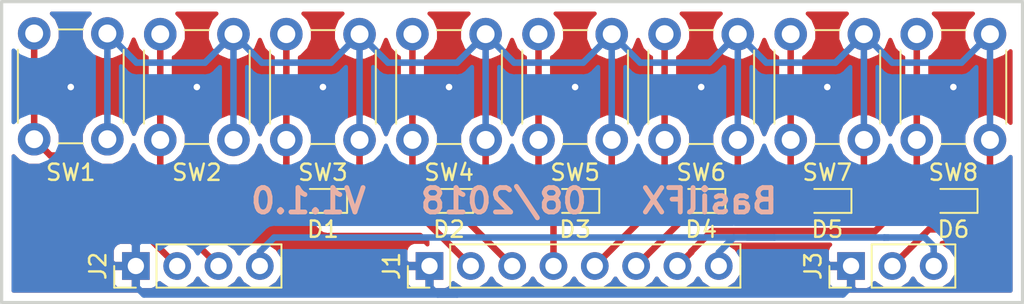
<source format=kicad_pcb>
(kicad_pcb (version 20171130) (host pcbnew "(5.0.0-3-g5ebb6b6)")

  (general
    (thickness 1.6)
    (drawings 5)
    (tracks 142)
    (zones 0)
    (modules 17)
    (nets 12)
  )

  (page A4)
  (layers
    (0 F.Cu signal hide)
    (31 B.Cu signal hide)
    (32 B.Adhes user)
    (33 F.Adhes user)
    (34 B.Paste user)
    (35 F.Paste user)
    (36 B.SilkS user)
    (37 F.SilkS user)
    (38 B.Mask user)
    (39 F.Mask user)
    (40 Dwgs.User user)
    (41 Cmts.User user)
    (42 Eco1.User user)
    (43 Eco2.User user)
    (44 Edge.Cuts user)
    (45 Margin user)
    (46 B.CrtYd user)
    (47 F.CrtYd user)
    (48 B.Fab user)
    (49 F.Fab user)
  )

  (setup
    (last_trace_width 0.4)
    (trace_clearance 0.2)
    (zone_clearance 0.508)
    (zone_45_only no)
    (trace_min 0.2)
    (segment_width 0.2)
    (edge_width 0.15)
    (via_size 0.8)
    (via_drill 0.4)
    (via_min_size 0.4)
    (via_min_drill 0.3)
    (uvia_size 0.3)
    (uvia_drill 0.1)
    (uvias_allowed no)
    (uvia_min_size 0.2)
    (uvia_min_drill 0.1)
    (pcb_text_width 0.3)
    (pcb_text_size 1.5 1.5)
    (mod_edge_width 0.15)
    (mod_text_size 1 1)
    (mod_text_width 0.15)
    (pad_size 1.524 1.524)
    (pad_drill 0.762)
    (pad_to_mask_clearance 0.2)
    (aux_axis_origin 0 0)
    (visible_elements FFFFFF7F)
    (pcbplotparams
      (layerselection 0x010fc_ffffffff)
      (usegerberextensions false)
      (usegerberattributes false)
      (usegerberadvancedattributes false)
      (creategerberjobfile false)
      (excludeedgelayer true)
      (linewidth 0.100000)
      (plotframeref false)
      (viasonmask false)
      (mode 1)
      (useauxorigin false)
      (hpglpennumber 1)
      (hpglpenspeed 20)
      (hpglpendiameter 15.000000)
      (psnegative false)
      (psa4output false)
      (plotreference true)
      (plotvalue true)
      (plotinvisibletext false)
      (padsonsilk false)
      (subtractmaskfromsilk false)
      (outputformat 1)
      (mirror false)
      (drillshape 1)
      (scaleselection 1)
      (outputdirectory ""))
  )

  (net 0 "")
  (net 1 +3V3)
  (net 2 /IF5)
  (net 3 /IF4)
  (net 4 /IF3)
  (net 5 /IF2)
  (net 6 /IF1)
  (net 7 /IF0)
  (net 8 GND)
  (net 9 /SDA)
  (net 10 /SCL)
  (net 11 /RAIL)

  (net_class Default "Dit is de standaard class."
    (clearance 0.2)
    (trace_width 0.4)
    (via_dia 0.8)
    (via_drill 0.4)
    (uvia_dia 0.3)
    (uvia_drill 0.1)
    (add_net +3V3)
    (add_net /IF0)
    (add_net /IF1)
    (add_net /IF2)
    (add_net /IF3)
    (add_net /IF4)
    (add_net /IF5)
    (add_net /RAIL)
    (add_net /SCL)
    (add_net /SDA)
    (add_net GND)
  )

  (module Button_Switch_THT:SW_PUSH_6mm (layer F.Cu) (tedit 5A02FE31) (tstamp 5B875A00)
    (at 178 102.5 90)
    (descr https://www.omron.com/ecb/products/pdf/en-b3f.pdf)
    (tags "tact sw push 6mm")
    (path /5B1D0046)
    (fp_text reference SW8 (at -2 2.25 180) (layer F.SilkS)
      (effects (font (size 1 1) (thickness 0.15)))
    )
    (fp_text value SW (at 3.75 6.7 90) (layer F.Fab)
      (effects (font (size 1 1) (thickness 0.15)))
    )
    (fp_circle (center 3.25 2.25) (end 1.25 2.5) (layer F.Fab) (width 0.1))
    (fp_line (start 6.75 3) (end 6.75 1.5) (layer F.SilkS) (width 0.12))
    (fp_line (start 5.5 -1) (end 1 -1) (layer F.SilkS) (width 0.12))
    (fp_line (start -0.25 1.5) (end -0.25 3) (layer F.SilkS) (width 0.12))
    (fp_line (start 1 5.5) (end 5.5 5.5) (layer F.SilkS) (width 0.12))
    (fp_line (start 8 -1.25) (end 8 5.75) (layer F.CrtYd) (width 0.05))
    (fp_line (start 7.75 6) (end -1.25 6) (layer F.CrtYd) (width 0.05))
    (fp_line (start -1.5 5.75) (end -1.5 -1.25) (layer F.CrtYd) (width 0.05))
    (fp_line (start -1.25 -1.5) (end 7.75 -1.5) (layer F.CrtYd) (width 0.05))
    (fp_line (start -1.5 6) (end -1.25 6) (layer F.CrtYd) (width 0.05))
    (fp_line (start -1.5 5.75) (end -1.5 6) (layer F.CrtYd) (width 0.05))
    (fp_line (start -1.5 -1.5) (end -1.25 -1.5) (layer F.CrtYd) (width 0.05))
    (fp_line (start -1.5 -1.25) (end -1.5 -1.5) (layer F.CrtYd) (width 0.05))
    (fp_line (start 8 -1.5) (end 8 -1.25) (layer F.CrtYd) (width 0.05))
    (fp_line (start 7.75 -1.5) (end 8 -1.5) (layer F.CrtYd) (width 0.05))
    (fp_line (start 8 6) (end 8 5.75) (layer F.CrtYd) (width 0.05))
    (fp_line (start 7.75 6) (end 8 6) (layer F.CrtYd) (width 0.05))
    (fp_line (start 0.25 -0.75) (end 3.25 -0.75) (layer F.Fab) (width 0.1))
    (fp_line (start 0.25 5.25) (end 0.25 -0.75) (layer F.Fab) (width 0.1))
    (fp_line (start 6.25 5.25) (end 0.25 5.25) (layer F.Fab) (width 0.1))
    (fp_line (start 6.25 -0.75) (end 6.25 5.25) (layer F.Fab) (width 0.1))
    (fp_line (start 3.25 -0.75) (end 6.25 -0.75) (layer F.Fab) (width 0.1))
    (fp_text user %R (at 3.25 2.25 90) (layer F.Fab)
      (effects (font (size 1 1) (thickness 0.15)))
    )
    (pad 1 thru_hole circle (at 6.5 0 180) (size 2 2) (drill 1.1) (layers *.Cu *.Mask)
      (net 2 /IF5))
    (pad 2 thru_hole circle (at 6.5 4.5 180) (size 2 2) (drill 1.1) (layers *.Cu *.Mask)
      (net 11 /RAIL))
    (pad 1 thru_hole circle (at 0 0 180) (size 2 2) (drill 1.1) (layers *.Cu *.Mask)
      (net 2 /IF5))
    (pad 2 thru_hole circle (at 0 4.5 180) (size 2 2) (drill 1.1) (layers *.Cu *.Mask)
      (net 11 /RAIL))
    (model ${KISYS3DMOD}/Button_Switch_THT.3dshapes/SW_PUSH_6mm.wrl
      (at (xyz 0 0 0))
      (scale (xyz 1 1 1))
      (rotate (xyz 0 0 0))
    )
  )

  (module Button_Switch_THT:SW_PUSH_6mm (layer F.Cu) (tedit 5A02FE31) (tstamp 5B8759E2)
    (at 170.25 102.5 90)
    (descr https://www.omron.com/ecb/products/pdf/en-b3f.pdf)
    (tags "tact sw push 6mm")
    (path /5B1D4871)
    (fp_text reference SW7 (at -2 2.25 180) (layer F.SilkS)
      (effects (font (size 1 1) (thickness 0.15)))
    )
    (fp_text value SW (at 3.75 6.7 90) (layer F.Fab)
      (effects (font (size 1 1) (thickness 0.15)))
    )
    (fp_text user %R (at 3.25 2.25 90) (layer F.Fab)
      (effects (font (size 1 1) (thickness 0.15)))
    )
    (fp_line (start 3.25 -0.75) (end 6.25 -0.75) (layer F.Fab) (width 0.1))
    (fp_line (start 6.25 -0.75) (end 6.25 5.25) (layer F.Fab) (width 0.1))
    (fp_line (start 6.25 5.25) (end 0.25 5.25) (layer F.Fab) (width 0.1))
    (fp_line (start 0.25 5.25) (end 0.25 -0.75) (layer F.Fab) (width 0.1))
    (fp_line (start 0.25 -0.75) (end 3.25 -0.75) (layer F.Fab) (width 0.1))
    (fp_line (start 7.75 6) (end 8 6) (layer F.CrtYd) (width 0.05))
    (fp_line (start 8 6) (end 8 5.75) (layer F.CrtYd) (width 0.05))
    (fp_line (start 7.75 -1.5) (end 8 -1.5) (layer F.CrtYd) (width 0.05))
    (fp_line (start 8 -1.5) (end 8 -1.25) (layer F.CrtYd) (width 0.05))
    (fp_line (start -1.5 -1.25) (end -1.5 -1.5) (layer F.CrtYd) (width 0.05))
    (fp_line (start -1.5 -1.5) (end -1.25 -1.5) (layer F.CrtYd) (width 0.05))
    (fp_line (start -1.5 5.75) (end -1.5 6) (layer F.CrtYd) (width 0.05))
    (fp_line (start -1.5 6) (end -1.25 6) (layer F.CrtYd) (width 0.05))
    (fp_line (start -1.25 -1.5) (end 7.75 -1.5) (layer F.CrtYd) (width 0.05))
    (fp_line (start -1.5 5.75) (end -1.5 -1.25) (layer F.CrtYd) (width 0.05))
    (fp_line (start 7.75 6) (end -1.25 6) (layer F.CrtYd) (width 0.05))
    (fp_line (start 8 -1.25) (end 8 5.75) (layer F.CrtYd) (width 0.05))
    (fp_line (start 1 5.5) (end 5.5 5.5) (layer F.SilkS) (width 0.12))
    (fp_line (start -0.25 1.5) (end -0.25 3) (layer F.SilkS) (width 0.12))
    (fp_line (start 5.5 -1) (end 1 -1) (layer F.SilkS) (width 0.12))
    (fp_line (start 6.75 3) (end 6.75 1.5) (layer F.SilkS) (width 0.12))
    (fp_circle (center 3.25 2.25) (end 1.25 2.5) (layer F.Fab) (width 0.1))
    (pad 2 thru_hole circle (at 0 4.5 180) (size 2 2) (drill 1.1) (layers *.Cu *.Mask)
      (net 11 /RAIL))
    (pad 1 thru_hole circle (at 0 0 180) (size 2 2) (drill 1.1) (layers *.Cu *.Mask)
      (net 3 /IF4))
    (pad 2 thru_hole circle (at 6.5 4.5 180) (size 2 2) (drill 1.1) (layers *.Cu *.Mask)
      (net 11 /RAIL))
    (pad 1 thru_hole circle (at 6.5 0 180) (size 2 2) (drill 1.1) (layers *.Cu *.Mask)
      (net 3 /IF4))
    (model ${KISYS3DMOD}/Button_Switch_THT.3dshapes/SW_PUSH_6mm.wrl
      (at (xyz 0 0 0))
      (scale (xyz 1 1 1))
      (rotate (xyz 0 0 0))
    )
  )

  (module Button_Switch_THT:SW_PUSH_6mm (layer F.Cu) (tedit 5A02FE31) (tstamp 5B8759C4)
    (at 162.5 102.5 90)
    (descr https://www.omron.com/ecb/products/pdf/en-b3f.pdf)
    (tags "tact sw push 6mm")
    (path /5B1D5158)
    (fp_text reference SW6 (at -2 2.25 180) (layer F.SilkS)
      (effects (font (size 1 1) (thickness 0.15)))
    )
    (fp_text value SW (at 3.75 6.7 90) (layer F.Fab)
      (effects (font (size 1 1) (thickness 0.15)))
    )
    (fp_circle (center 3.25 2.25) (end 1.25 2.5) (layer F.Fab) (width 0.1))
    (fp_line (start 6.75 3) (end 6.75 1.5) (layer F.SilkS) (width 0.12))
    (fp_line (start 5.5 -1) (end 1 -1) (layer F.SilkS) (width 0.12))
    (fp_line (start -0.25 1.5) (end -0.25 3) (layer F.SilkS) (width 0.12))
    (fp_line (start 1 5.5) (end 5.5 5.5) (layer F.SilkS) (width 0.12))
    (fp_line (start 8 -1.25) (end 8 5.75) (layer F.CrtYd) (width 0.05))
    (fp_line (start 7.75 6) (end -1.25 6) (layer F.CrtYd) (width 0.05))
    (fp_line (start -1.5 5.75) (end -1.5 -1.25) (layer F.CrtYd) (width 0.05))
    (fp_line (start -1.25 -1.5) (end 7.75 -1.5) (layer F.CrtYd) (width 0.05))
    (fp_line (start -1.5 6) (end -1.25 6) (layer F.CrtYd) (width 0.05))
    (fp_line (start -1.5 5.75) (end -1.5 6) (layer F.CrtYd) (width 0.05))
    (fp_line (start -1.5 -1.5) (end -1.25 -1.5) (layer F.CrtYd) (width 0.05))
    (fp_line (start -1.5 -1.25) (end -1.5 -1.5) (layer F.CrtYd) (width 0.05))
    (fp_line (start 8 -1.5) (end 8 -1.25) (layer F.CrtYd) (width 0.05))
    (fp_line (start 7.75 -1.5) (end 8 -1.5) (layer F.CrtYd) (width 0.05))
    (fp_line (start 8 6) (end 8 5.75) (layer F.CrtYd) (width 0.05))
    (fp_line (start 7.75 6) (end 8 6) (layer F.CrtYd) (width 0.05))
    (fp_line (start 0.25 -0.75) (end 3.25 -0.75) (layer F.Fab) (width 0.1))
    (fp_line (start 0.25 5.25) (end 0.25 -0.75) (layer F.Fab) (width 0.1))
    (fp_line (start 6.25 5.25) (end 0.25 5.25) (layer F.Fab) (width 0.1))
    (fp_line (start 6.25 -0.75) (end 6.25 5.25) (layer F.Fab) (width 0.1))
    (fp_line (start 3.25 -0.75) (end 6.25 -0.75) (layer F.Fab) (width 0.1))
    (fp_text user %R (at 3.25 2.25 90) (layer F.Fab)
      (effects (font (size 1 1) (thickness 0.15)))
    )
    (pad 1 thru_hole circle (at 6.5 0 180) (size 2 2) (drill 1.1) (layers *.Cu *.Mask)
      (net 4 /IF3))
    (pad 2 thru_hole circle (at 6.5 4.5 180) (size 2 2) (drill 1.1) (layers *.Cu *.Mask)
      (net 11 /RAIL))
    (pad 1 thru_hole circle (at 0 0 180) (size 2 2) (drill 1.1) (layers *.Cu *.Mask)
      (net 4 /IF3))
    (pad 2 thru_hole circle (at 0 4.5 180) (size 2 2) (drill 1.1) (layers *.Cu *.Mask)
      (net 11 /RAIL))
    (model ${KISYS3DMOD}/Button_Switch_THT.3dshapes/SW_PUSH_6mm.wrl
      (at (xyz 0 0 0))
      (scale (xyz 1 1 1))
      (rotate (xyz 0 0 0))
    )
  )

  (module Button_Switch_THT:SW_PUSH_6mm (layer F.Cu) (tedit 5A02FE31) (tstamp 5B8759A6)
    (at 154.75 102.5 90)
    (descr https://www.omron.com/ecb/products/pdf/en-b3f.pdf)
    (tags "tact sw push 6mm")
    (path /5B1D516F)
    (fp_text reference SW5 (at -2 2.25 180) (layer F.SilkS)
      (effects (font (size 1 1) (thickness 0.15)))
    )
    (fp_text value SW (at 3.75 6.7 90) (layer F.Fab)
      (effects (font (size 1 1) (thickness 0.15)))
    )
    (fp_text user %R (at 3.25 2.25 90) (layer F.Fab)
      (effects (font (size 1 1) (thickness 0.15)))
    )
    (fp_line (start 3.25 -0.75) (end 6.25 -0.75) (layer F.Fab) (width 0.1))
    (fp_line (start 6.25 -0.75) (end 6.25 5.25) (layer F.Fab) (width 0.1))
    (fp_line (start 6.25 5.25) (end 0.25 5.25) (layer F.Fab) (width 0.1))
    (fp_line (start 0.25 5.25) (end 0.25 -0.75) (layer F.Fab) (width 0.1))
    (fp_line (start 0.25 -0.75) (end 3.25 -0.75) (layer F.Fab) (width 0.1))
    (fp_line (start 7.75 6) (end 8 6) (layer F.CrtYd) (width 0.05))
    (fp_line (start 8 6) (end 8 5.75) (layer F.CrtYd) (width 0.05))
    (fp_line (start 7.75 -1.5) (end 8 -1.5) (layer F.CrtYd) (width 0.05))
    (fp_line (start 8 -1.5) (end 8 -1.25) (layer F.CrtYd) (width 0.05))
    (fp_line (start -1.5 -1.25) (end -1.5 -1.5) (layer F.CrtYd) (width 0.05))
    (fp_line (start -1.5 -1.5) (end -1.25 -1.5) (layer F.CrtYd) (width 0.05))
    (fp_line (start -1.5 5.75) (end -1.5 6) (layer F.CrtYd) (width 0.05))
    (fp_line (start -1.5 6) (end -1.25 6) (layer F.CrtYd) (width 0.05))
    (fp_line (start -1.25 -1.5) (end 7.75 -1.5) (layer F.CrtYd) (width 0.05))
    (fp_line (start -1.5 5.75) (end -1.5 -1.25) (layer F.CrtYd) (width 0.05))
    (fp_line (start 7.75 6) (end -1.25 6) (layer F.CrtYd) (width 0.05))
    (fp_line (start 8 -1.25) (end 8 5.75) (layer F.CrtYd) (width 0.05))
    (fp_line (start 1 5.5) (end 5.5 5.5) (layer F.SilkS) (width 0.12))
    (fp_line (start -0.25 1.5) (end -0.25 3) (layer F.SilkS) (width 0.12))
    (fp_line (start 5.5 -1) (end 1 -1) (layer F.SilkS) (width 0.12))
    (fp_line (start 6.75 3) (end 6.75 1.5) (layer F.SilkS) (width 0.12))
    (fp_circle (center 3.25 2.25) (end 1.25 2.5) (layer F.Fab) (width 0.1))
    (pad 2 thru_hole circle (at 0 4.5 180) (size 2 2) (drill 1.1) (layers *.Cu *.Mask)
      (net 11 /RAIL))
    (pad 1 thru_hole circle (at 0 0 180) (size 2 2) (drill 1.1) (layers *.Cu *.Mask)
      (net 5 /IF2))
    (pad 2 thru_hole circle (at 6.5 4.5 180) (size 2 2) (drill 1.1) (layers *.Cu *.Mask)
      (net 11 /RAIL))
    (pad 1 thru_hole circle (at 6.5 0 180) (size 2 2) (drill 1.1) (layers *.Cu *.Mask)
      (net 5 /IF2))
    (model ${KISYS3DMOD}/Button_Switch_THT.3dshapes/SW_PUSH_6mm.wrl
      (at (xyz 0 0 0))
      (scale (xyz 1 1 1))
      (rotate (xyz 0 0 0))
    )
  )

  (module Button_Switch_THT:SW_PUSH_6mm (layer F.Cu) (tedit 5A02FE31) (tstamp 5B875988)
    (at 147 102.5 90)
    (descr https://www.omron.com/ecb/products/pdf/en-b3f.pdf)
    (tags "tact sw push 6mm")
    (path /5B1D657F)
    (fp_text reference SW4 (at -2 2.25 180) (layer F.SilkS)
      (effects (font (size 1 1) (thickness 0.15)))
    )
    (fp_text value SW (at 3.75 6.7 90) (layer F.Fab)
      (effects (font (size 1 1) (thickness 0.15)))
    )
    (fp_circle (center 3.25 2.25) (end 1.25 2.5) (layer F.Fab) (width 0.1))
    (fp_line (start 6.75 3) (end 6.75 1.5) (layer F.SilkS) (width 0.12))
    (fp_line (start 5.5 -1) (end 1 -1) (layer F.SilkS) (width 0.12))
    (fp_line (start -0.25 1.5) (end -0.25 3) (layer F.SilkS) (width 0.12))
    (fp_line (start 1 5.5) (end 5.5 5.5) (layer F.SilkS) (width 0.12))
    (fp_line (start 8 -1.25) (end 8 5.75) (layer F.CrtYd) (width 0.05))
    (fp_line (start 7.75 6) (end -1.25 6) (layer F.CrtYd) (width 0.05))
    (fp_line (start -1.5 5.75) (end -1.5 -1.25) (layer F.CrtYd) (width 0.05))
    (fp_line (start -1.25 -1.5) (end 7.75 -1.5) (layer F.CrtYd) (width 0.05))
    (fp_line (start -1.5 6) (end -1.25 6) (layer F.CrtYd) (width 0.05))
    (fp_line (start -1.5 5.75) (end -1.5 6) (layer F.CrtYd) (width 0.05))
    (fp_line (start -1.5 -1.5) (end -1.25 -1.5) (layer F.CrtYd) (width 0.05))
    (fp_line (start -1.5 -1.25) (end -1.5 -1.5) (layer F.CrtYd) (width 0.05))
    (fp_line (start 8 -1.5) (end 8 -1.25) (layer F.CrtYd) (width 0.05))
    (fp_line (start 7.75 -1.5) (end 8 -1.5) (layer F.CrtYd) (width 0.05))
    (fp_line (start 8 6) (end 8 5.75) (layer F.CrtYd) (width 0.05))
    (fp_line (start 7.75 6) (end 8 6) (layer F.CrtYd) (width 0.05))
    (fp_line (start 0.25 -0.75) (end 3.25 -0.75) (layer F.Fab) (width 0.1))
    (fp_line (start 0.25 5.25) (end 0.25 -0.75) (layer F.Fab) (width 0.1))
    (fp_line (start 6.25 5.25) (end 0.25 5.25) (layer F.Fab) (width 0.1))
    (fp_line (start 6.25 -0.75) (end 6.25 5.25) (layer F.Fab) (width 0.1))
    (fp_line (start 3.25 -0.75) (end 6.25 -0.75) (layer F.Fab) (width 0.1))
    (fp_text user %R (at 3.25 2.25 90) (layer F.Fab)
      (effects (font (size 1 1) (thickness 0.15)))
    )
    (pad 1 thru_hole circle (at 6.5 0 180) (size 2 2) (drill 1.1) (layers *.Cu *.Mask)
      (net 6 /IF1))
    (pad 2 thru_hole circle (at 6.5 4.5 180) (size 2 2) (drill 1.1) (layers *.Cu *.Mask)
      (net 11 /RAIL))
    (pad 1 thru_hole circle (at 0 0 180) (size 2 2) (drill 1.1) (layers *.Cu *.Mask)
      (net 6 /IF1))
    (pad 2 thru_hole circle (at 0 4.5 180) (size 2 2) (drill 1.1) (layers *.Cu *.Mask)
      (net 11 /RAIL))
    (model ${KISYS3DMOD}/Button_Switch_THT.3dshapes/SW_PUSH_6mm.wrl
      (at (xyz 0 0 0))
      (scale (xyz 1 1 1))
      (rotate (xyz 0 0 0))
    )
  )

  (module Button_Switch_THT:SW_PUSH_6mm (layer F.Cu) (tedit 5A02FE31) (tstamp 5B87596A)
    (at 139.25 102.5 90)
    (descr https://www.omron.com/ecb/products/pdf/en-b3f.pdf)
    (tags "tact sw push 6mm")
    (path /5B1D6596)
    (fp_text reference SW3 (at -2 2.25 180) (layer F.SilkS)
      (effects (font (size 1 1) (thickness 0.15)))
    )
    (fp_text value SW (at 3.75 6.7 90) (layer F.Fab)
      (effects (font (size 1 1) (thickness 0.15)))
    )
    (fp_text user %R (at 3.25 2.25 90) (layer F.Fab)
      (effects (font (size 1 1) (thickness 0.15)))
    )
    (fp_line (start 3.25 -0.75) (end 6.25 -0.75) (layer F.Fab) (width 0.1))
    (fp_line (start 6.25 -0.75) (end 6.25 5.25) (layer F.Fab) (width 0.1))
    (fp_line (start 6.25 5.25) (end 0.25 5.25) (layer F.Fab) (width 0.1))
    (fp_line (start 0.25 5.25) (end 0.25 -0.75) (layer F.Fab) (width 0.1))
    (fp_line (start 0.25 -0.75) (end 3.25 -0.75) (layer F.Fab) (width 0.1))
    (fp_line (start 7.75 6) (end 8 6) (layer F.CrtYd) (width 0.05))
    (fp_line (start 8 6) (end 8 5.75) (layer F.CrtYd) (width 0.05))
    (fp_line (start 7.75 -1.5) (end 8 -1.5) (layer F.CrtYd) (width 0.05))
    (fp_line (start 8 -1.5) (end 8 -1.25) (layer F.CrtYd) (width 0.05))
    (fp_line (start -1.5 -1.25) (end -1.5 -1.5) (layer F.CrtYd) (width 0.05))
    (fp_line (start -1.5 -1.5) (end -1.25 -1.5) (layer F.CrtYd) (width 0.05))
    (fp_line (start -1.5 5.75) (end -1.5 6) (layer F.CrtYd) (width 0.05))
    (fp_line (start -1.5 6) (end -1.25 6) (layer F.CrtYd) (width 0.05))
    (fp_line (start -1.25 -1.5) (end 7.75 -1.5) (layer F.CrtYd) (width 0.05))
    (fp_line (start -1.5 5.75) (end -1.5 -1.25) (layer F.CrtYd) (width 0.05))
    (fp_line (start 7.75 6) (end -1.25 6) (layer F.CrtYd) (width 0.05))
    (fp_line (start 8 -1.25) (end 8 5.75) (layer F.CrtYd) (width 0.05))
    (fp_line (start 1 5.5) (end 5.5 5.5) (layer F.SilkS) (width 0.12))
    (fp_line (start -0.25 1.5) (end -0.25 3) (layer F.SilkS) (width 0.12))
    (fp_line (start 5.5 -1) (end 1 -1) (layer F.SilkS) (width 0.12))
    (fp_line (start 6.75 3) (end 6.75 1.5) (layer F.SilkS) (width 0.12))
    (fp_circle (center 3.25 2.25) (end 1.25 2.5) (layer F.Fab) (width 0.1))
    (pad 2 thru_hole circle (at 0 4.5 180) (size 2 2) (drill 1.1) (layers *.Cu *.Mask)
      (net 11 /RAIL))
    (pad 1 thru_hole circle (at 0 0 180) (size 2 2) (drill 1.1) (layers *.Cu *.Mask)
      (net 7 /IF0))
    (pad 2 thru_hole circle (at 6.5 4.5 180) (size 2 2) (drill 1.1) (layers *.Cu *.Mask)
      (net 11 /RAIL))
    (pad 1 thru_hole circle (at 6.5 0 180) (size 2 2) (drill 1.1) (layers *.Cu *.Mask)
      (net 7 /IF0))
    (model ${KISYS3DMOD}/Button_Switch_THT.3dshapes/SW_PUSH_6mm.wrl
      (at (xyz 0 0 0))
      (scale (xyz 1 1 1))
      (rotate (xyz 0 0 0))
    )
  )

  (module Button_Switch_THT:SW_PUSH_6mm (layer F.Cu) (tedit 5A02FE31) (tstamp 5B87668B)
    (at 131.5 102.5 90)
    (descr https://www.omron.com/ecb/products/pdf/en-b3f.pdf)
    (tags "tact sw push 6mm")
    (path /5B1DA966)
    (fp_text reference SW2 (at -2 2.25 180) (layer F.SilkS)
      (effects (font (size 1 1) (thickness 0.15)))
    )
    (fp_text value SW (at 3.75 6.7 90) (layer F.Fab)
      (effects (font (size 1 1) (thickness 0.15)))
    )
    (fp_circle (center 3.25 2.25) (end 1.25 2.5) (layer F.Fab) (width 0.1))
    (fp_line (start 6.75 3) (end 6.75 1.5) (layer F.SilkS) (width 0.12))
    (fp_line (start 5.5 -1) (end 1 -1) (layer F.SilkS) (width 0.12))
    (fp_line (start -0.25 1.5) (end -0.25 3) (layer F.SilkS) (width 0.12))
    (fp_line (start 1 5.5) (end 5.5 5.5) (layer F.SilkS) (width 0.12))
    (fp_line (start 8 -1.25) (end 8 5.75) (layer F.CrtYd) (width 0.05))
    (fp_line (start 7.75 6) (end -1.25 6) (layer F.CrtYd) (width 0.05))
    (fp_line (start -1.5 5.75) (end -1.5 -1.25) (layer F.CrtYd) (width 0.05))
    (fp_line (start -1.25 -1.5) (end 7.75 -1.5) (layer F.CrtYd) (width 0.05))
    (fp_line (start -1.5 6) (end -1.25 6) (layer F.CrtYd) (width 0.05))
    (fp_line (start -1.5 5.75) (end -1.5 6) (layer F.CrtYd) (width 0.05))
    (fp_line (start -1.5 -1.5) (end -1.25 -1.5) (layer F.CrtYd) (width 0.05))
    (fp_line (start -1.5 -1.25) (end -1.5 -1.5) (layer F.CrtYd) (width 0.05))
    (fp_line (start 8 -1.5) (end 8 -1.25) (layer F.CrtYd) (width 0.05))
    (fp_line (start 7.75 -1.5) (end 8 -1.5) (layer F.CrtYd) (width 0.05))
    (fp_line (start 8 6) (end 8 5.75) (layer F.CrtYd) (width 0.05))
    (fp_line (start 7.75 6) (end 8 6) (layer F.CrtYd) (width 0.05))
    (fp_line (start 0.25 -0.75) (end 3.25 -0.75) (layer F.Fab) (width 0.1))
    (fp_line (start 0.25 5.25) (end 0.25 -0.75) (layer F.Fab) (width 0.1))
    (fp_line (start 6.25 5.25) (end 0.25 5.25) (layer F.Fab) (width 0.1))
    (fp_line (start 6.25 -0.75) (end 6.25 5.25) (layer F.Fab) (width 0.1))
    (fp_line (start 3.25 -0.75) (end 6.25 -0.75) (layer F.Fab) (width 0.1))
    (fp_text user %R (at 3.25 2.25 90) (layer F.Fab)
      (effects (font (size 1 1) (thickness 0.15)))
    )
    (pad 1 thru_hole circle (at 6.5 0 180) (size 2 2) (drill 1.1) (layers *.Cu *.Mask)
      (net 9 /SDA))
    (pad 2 thru_hole circle (at 6.5 4.5 180) (size 2 2) (drill 1.1) (layers *.Cu *.Mask)
      (net 11 /RAIL))
    (pad 1 thru_hole circle (at 0 0 180) (size 2 2) (drill 1.1) (layers *.Cu *.Mask)
      (net 9 /SDA))
    (pad 2 thru_hole circle (at 0 4.5 180) (size 2 2) (drill 1.1) (layers *.Cu *.Mask)
      (net 11 /RAIL))
    (model ${KISYS3DMOD}/Button_Switch_THT.3dshapes/SW_PUSH_6mm.wrl
      (at (xyz 0 0 0))
      (scale (xyz 1 1 1))
      (rotate (xyz 0 0 0))
    )
  )

  (module Button_Switch_THT:SW_PUSH_6mm (layer F.Cu) (tedit 5A02FE31) (tstamp 5B87592E)
    (at 123.75 102.4575 90)
    (descr https://www.omron.com/ecb/products/pdf/en-b3f.pdf)
    (tags "tact sw push 6mm")
    (path /5B1DF4CF)
    (fp_text reference SW1 (at -2.0425 2.25 180) (layer F.SilkS)
      (effects (font (size 1 1) (thickness 0.15)))
    )
    (fp_text value SW (at 3.75 6.7 90) (layer F.Fab)
      (effects (font (size 1 1) (thickness 0.15)))
    )
    (fp_text user %R (at 3.25 2.25 90) (layer F.Fab)
      (effects (font (size 1 1) (thickness 0.15)))
    )
    (fp_line (start 3.25 -0.75) (end 6.25 -0.75) (layer F.Fab) (width 0.1))
    (fp_line (start 6.25 -0.75) (end 6.25 5.25) (layer F.Fab) (width 0.1))
    (fp_line (start 6.25 5.25) (end 0.25 5.25) (layer F.Fab) (width 0.1))
    (fp_line (start 0.25 5.25) (end 0.25 -0.75) (layer F.Fab) (width 0.1))
    (fp_line (start 0.25 -0.75) (end 3.25 -0.75) (layer F.Fab) (width 0.1))
    (fp_line (start 7.75 6) (end 8 6) (layer F.CrtYd) (width 0.05))
    (fp_line (start 8 6) (end 8 5.75) (layer F.CrtYd) (width 0.05))
    (fp_line (start 7.75 -1.5) (end 8 -1.5) (layer F.CrtYd) (width 0.05))
    (fp_line (start 8 -1.5) (end 8 -1.25) (layer F.CrtYd) (width 0.05))
    (fp_line (start -1.5 -1.25) (end -1.5 -1.5) (layer F.CrtYd) (width 0.05))
    (fp_line (start -1.5 -1.5) (end -1.25 -1.5) (layer F.CrtYd) (width 0.05))
    (fp_line (start -1.5 5.75) (end -1.5 6) (layer F.CrtYd) (width 0.05))
    (fp_line (start -1.5 6) (end -1.25 6) (layer F.CrtYd) (width 0.05))
    (fp_line (start -1.25 -1.5) (end 7.75 -1.5) (layer F.CrtYd) (width 0.05))
    (fp_line (start -1.5 5.75) (end -1.5 -1.25) (layer F.CrtYd) (width 0.05))
    (fp_line (start 7.75 6) (end -1.25 6) (layer F.CrtYd) (width 0.05))
    (fp_line (start 8 -1.25) (end 8 5.75) (layer F.CrtYd) (width 0.05))
    (fp_line (start 1 5.5) (end 5.5 5.5) (layer F.SilkS) (width 0.12))
    (fp_line (start -0.25 1.5) (end -0.25 3) (layer F.SilkS) (width 0.12))
    (fp_line (start 5.5 -1) (end 1 -1) (layer F.SilkS) (width 0.12))
    (fp_line (start 6.75 3) (end 6.75 1.5) (layer F.SilkS) (width 0.12))
    (fp_circle (center 3.25 2.25) (end 1.25 2.5) (layer F.Fab) (width 0.1))
    (pad 2 thru_hole circle (at 0 4.5 180) (size 2 2) (drill 1.1) (layers *.Cu *.Mask)
      (net 11 /RAIL))
    (pad 1 thru_hole circle (at 0 0 180) (size 2 2) (drill 1.1) (layers *.Cu *.Mask)
      (net 10 /SCL))
    (pad 2 thru_hole circle (at 6.5 4.5 180) (size 2 2) (drill 1.1) (layers *.Cu *.Mask)
      (net 11 /RAIL))
    (pad 1 thru_hole circle (at 6.5 0 180) (size 2 2) (drill 1.1) (layers *.Cu *.Mask)
      (net 10 /SCL))
    (model ${KISYS3DMOD}/Button_Switch_THT.3dshapes/SW_PUSH_6mm.wrl
      (at (xyz 0 0 0))
      (scale (xyz 1 1 1))
      (rotate (xyz 0 0 0))
    )
  )

  (module Connector_PinHeader_2.54mm:PinHeader_1x03_P2.54mm_Vertical (layer F.Cu) (tedit 59FED5CC) (tstamp 5B875918)
    (at 173.96 110.25 90)
    (descr "Through hole straight pin header, 1x03, 2.54mm pitch, single row")
    (tags "Through hole pin header THT 1x03 2.54mm single row")
    (path /5B1D03FC)
    (fp_text reference J3 (at 0 -2.33 90) (layer F.SilkS)
      (effects (font (size 1 1) (thickness 0.15)))
    )
    (fp_text value PWR (at 0 7.41 90) (layer F.Fab)
      (effects (font (size 1 1) (thickness 0.15)))
    )
    (fp_line (start -0.635 -1.27) (end 1.27 -1.27) (layer F.Fab) (width 0.1))
    (fp_line (start 1.27 -1.27) (end 1.27 6.35) (layer F.Fab) (width 0.1))
    (fp_line (start 1.27 6.35) (end -1.27 6.35) (layer F.Fab) (width 0.1))
    (fp_line (start -1.27 6.35) (end -1.27 -0.635) (layer F.Fab) (width 0.1))
    (fp_line (start -1.27 -0.635) (end -0.635 -1.27) (layer F.Fab) (width 0.1))
    (fp_line (start -1.33 6.41) (end 1.33 6.41) (layer F.SilkS) (width 0.12))
    (fp_line (start -1.33 1.27) (end -1.33 6.41) (layer F.SilkS) (width 0.12))
    (fp_line (start 1.33 1.27) (end 1.33 6.41) (layer F.SilkS) (width 0.12))
    (fp_line (start -1.33 1.27) (end 1.33 1.27) (layer F.SilkS) (width 0.12))
    (fp_line (start -1.33 0) (end -1.33 -1.33) (layer F.SilkS) (width 0.12))
    (fp_line (start -1.33 -1.33) (end 0 -1.33) (layer F.SilkS) (width 0.12))
    (fp_line (start -1.8 -1.8) (end -1.8 6.85) (layer F.CrtYd) (width 0.05))
    (fp_line (start -1.8 6.85) (end 1.8 6.85) (layer F.CrtYd) (width 0.05))
    (fp_line (start 1.8 6.85) (end 1.8 -1.8) (layer F.CrtYd) (width 0.05))
    (fp_line (start 1.8 -1.8) (end -1.8 -1.8) (layer F.CrtYd) (width 0.05))
    (fp_text user %R (at 0 2.54 180) (layer F.Fab)
      (effects (font (size 1 1) (thickness 0.15)))
    )
    (pad 1 thru_hole rect (at 0 0 90) (size 1.7 1.7) (drill 1) (layers *.Cu *.Mask)
      (net 8 GND))
    (pad 2 thru_hole oval (at 0 2.54 90) (size 1.7 1.7) (drill 1) (layers *.Cu *.Mask)
      (net 11 /RAIL))
    (pad 3 thru_hole oval (at 0 5.08 90) (size 1.7 1.7) (drill 1) (layers *.Cu *.Mask)
      (net 1 +3V3))
    (model ${KISYS3DMOD}/Connector_PinHeader_2.54mm.3dshapes/PinHeader_1x03_P2.54mm_Vertical.wrl
      (at (xyz 0 0 0))
      (scale (xyz 1 1 1))
      (rotate (xyz 0 0 0))
    )
  )

  (module Connector_PinHeader_2.54mm:PinHeader_1x04_P2.54mm_Vertical (layer F.Cu) (tedit 59FED5CC) (tstamp 5B875901)
    (at 130 110.25 90)
    (descr "Through hole straight pin header, 1x04, 2.54mm pitch, single row")
    (tags "Through hole pin header THT 1x04 2.54mm single row")
    (path /5B1D13FA)
    (fp_text reference J2 (at 0 -2.33 90) (layer F.SilkS)
      (effects (font (size 1 1) (thickness 0.15)))
    )
    (fp_text value I2C (at 0 9.95 90) (layer F.Fab)
      (effects (font (size 1 1) (thickness 0.15)))
    )
    (fp_line (start -0.635 -1.27) (end 1.27 -1.27) (layer F.Fab) (width 0.1))
    (fp_line (start 1.27 -1.27) (end 1.27 8.89) (layer F.Fab) (width 0.1))
    (fp_line (start 1.27 8.89) (end -1.27 8.89) (layer F.Fab) (width 0.1))
    (fp_line (start -1.27 8.89) (end -1.27 -0.635) (layer F.Fab) (width 0.1))
    (fp_line (start -1.27 -0.635) (end -0.635 -1.27) (layer F.Fab) (width 0.1))
    (fp_line (start -1.33 8.95) (end 1.33 8.95) (layer F.SilkS) (width 0.12))
    (fp_line (start -1.33 1.27) (end -1.33 8.95) (layer F.SilkS) (width 0.12))
    (fp_line (start 1.33 1.27) (end 1.33 8.95) (layer F.SilkS) (width 0.12))
    (fp_line (start -1.33 1.27) (end 1.33 1.27) (layer F.SilkS) (width 0.12))
    (fp_line (start -1.33 0) (end -1.33 -1.33) (layer F.SilkS) (width 0.12))
    (fp_line (start -1.33 -1.33) (end 0 -1.33) (layer F.SilkS) (width 0.12))
    (fp_line (start -1.8 -1.8) (end -1.8 9.4) (layer F.CrtYd) (width 0.05))
    (fp_line (start -1.8 9.4) (end 1.8 9.4) (layer F.CrtYd) (width 0.05))
    (fp_line (start 1.8 9.4) (end 1.8 -1.8) (layer F.CrtYd) (width 0.05))
    (fp_line (start 1.8 -1.8) (end -1.8 -1.8) (layer F.CrtYd) (width 0.05))
    (fp_text user %R (at 0 3.81 180) (layer F.Fab)
      (effects (font (size 1 1) (thickness 0.15)))
    )
    (pad 1 thru_hole rect (at 0 0 90) (size 1.7 1.7) (drill 1) (layers *.Cu *.Mask)
      (net 8 GND))
    (pad 2 thru_hole oval (at 0 2.54 90) (size 1.7 1.7) (drill 1) (layers *.Cu *.Mask)
      (net 10 /SCL))
    (pad 3 thru_hole oval (at 0 5.08 90) (size 1.7 1.7) (drill 1) (layers *.Cu *.Mask)
      (net 9 /SDA))
    (pad 4 thru_hole oval (at 0 7.62 90) (size 1.7 1.7) (drill 1) (layers *.Cu *.Mask)
      (net 1 +3V3))
    (model ${KISYS3DMOD}/Connector_PinHeader_2.54mm.3dshapes/PinHeader_1x04_P2.54mm_Vertical.wrl
      (at (xyz 0 0 0))
      (scale (xyz 1 1 1))
      (rotate (xyz 0 0 0))
    )
  )

  (module Connector_PinHeader_2.54mm:PinHeader_1x08_P2.54mm_Vertical (layer F.Cu) (tedit 59FED5CC) (tstamp 5B8758E6)
    (at 148.05 110.25 90)
    (descr "Through hole straight pin header, 1x08, 2.54mm pitch, single row")
    (tags "Through hole pin header THT 1x08 2.54mm single row")
    (path /5B1D0836)
    (fp_text reference J1 (at 0 -2.33 90) (layer F.SilkS)
      (effects (font (size 1 1) (thickness 0.15)))
    )
    (fp_text value INTERFACE (at 0 20.11 90) (layer F.Fab)
      (effects (font (size 1 1) (thickness 0.15)))
    )
    (fp_line (start -0.635 -1.27) (end 1.27 -1.27) (layer F.Fab) (width 0.1))
    (fp_line (start 1.27 -1.27) (end 1.27 19.05) (layer F.Fab) (width 0.1))
    (fp_line (start 1.27 19.05) (end -1.27 19.05) (layer F.Fab) (width 0.1))
    (fp_line (start -1.27 19.05) (end -1.27 -0.635) (layer F.Fab) (width 0.1))
    (fp_line (start -1.27 -0.635) (end -0.635 -1.27) (layer F.Fab) (width 0.1))
    (fp_line (start -1.33 19.11) (end 1.33 19.11) (layer F.SilkS) (width 0.12))
    (fp_line (start -1.33 1.27) (end -1.33 19.11) (layer F.SilkS) (width 0.12))
    (fp_line (start 1.33 1.27) (end 1.33 19.11) (layer F.SilkS) (width 0.12))
    (fp_line (start -1.33 1.27) (end 1.33 1.27) (layer F.SilkS) (width 0.12))
    (fp_line (start -1.33 0) (end -1.33 -1.33) (layer F.SilkS) (width 0.12))
    (fp_line (start -1.33 -1.33) (end 0 -1.33) (layer F.SilkS) (width 0.12))
    (fp_line (start -1.8 -1.8) (end -1.8 19.55) (layer F.CrtYd) (width 0.05))
    (fp_line (start -1.8 19.55) (end 1.8 19.55) (layer F.CrtYd) (width 0.05))
    (fp_line (start 1.8 19.55) (end 1.8 -1.8) (layer F.CrtYd) (width 0.05))
    (fp_line (start 1.8 -1.8) (end -1.8 -1.8) (layer F.CrtYd) (width 0.05))
    (fp_text user %R (at 0 8.89 180) (layer F.Fab)
      (effects (font (size 1 1) (thickness 0.15)))
    )
    (pad 1 thru_hole rect (at 0 0 90) (size 1.7 1.7) (drill 1) (layers *.Cu *.Mask)
      (net 8 GND))
    (pad 2 thru_hole oval (at 0 2.54 90) (size 1.7 1.7) (drill 1) (layers *.Cu *.Mask)
      (net 7 /IF0))
    (pad 3 thru_hole oval (at 0 5.08 90) (size 1.7 1.7) (drill 1) (layers *.Cu *.Mask)
      (net 6 /IF1))
    (pad 4 thru_hole oval (at 0 7.62 90) (size 1.7 1.7) (drill 1) (layers *.Cu *.Mask)
      (net 5 /IF2))
    (pad 5 thru_hole oval (at 0 10.16 90) (size 1.7 1.7) (drill 1) (layers *.Cu *.Mask)
      (net 4 /IF3))
    (pad 6 thru_hole oval (at 0 12.7 90) (size 1.7 1.7) (drill 1) (layers *.Cu *.Mask)
      (net 3 /IF4))
    (pad 7 thru_hole oval (at 0 15.24 90) (size 1.7 1.7) (drill 1) (layers *.Cu *.Mask)
      (net 2 /IF5))
    (pad 8 thru_hole oval (at 0 17.78 90) (size 1.7 1.7) (drill 1) (layers *.Cu *.Mask)
      (net 1 +3V3))
    (model ${KISYS3DMOD}/Connector_PinHeader_2.54mm.3dshapes/PinHeader_1x08_P2.54mm_Vertical.wrl
      (at (xyz 0 0 0))
      (scale (xyz 1 1 1))
      (rotate (xyz 0 0 0))
    )
  )

  (module LED_SMD:LED_0603_1608Metric (layer F.Cu) (tedit 5B301BBE) (tstamp 5B8758D4)
    (at 180.25 106.25 180)
    (descr "LED SMD 0603 (1608 Metric), square (rectangular) end terminal, IPC_7351 nominal, (Body size source: http://www.tortai-tech.com/upload/download/2011102023233369053.pdf), generated with kicad-footprint-generator")
    (tags diode)
    (path /5B1D1F6D)
    (attr smd)
    (fp_text reference D6 (at 0 -1.75 180) (layer F.SilkS)
      (effects (font (size 1 1) (thickness 0.15)))
    )
    (fp_text value LED (at 0 1.43 180) (layer F.Fab)
      (effects (font (size 1 1) (thickness 0.15)))
    )
    (fp_text user %R (at 0 0 180) (layer F.Fab)
      (effects (font (size 0.4 0.4) (thickness 0.06)))
    )
    (fp_line (start 1.48 0.73) (end -1.48 0.73) (layer F.CrtYd) (width 0.05))
    (fp_line (start 1.48 -0.73) (end 1.48 0.73) (layer F.CrtYd) (width 0.05))
    (fp_line (start -1.48 -0.73) (end 1.48 -0.73) (layer F.CrtYd) (width 0.05))
    (fp_line (start -1.48 0.73) (end -1.48 -0.73) (layer F.CrtYd) (width 0.05))
    (fp_line (start -1.485 0.735) (end 0.8 0.735) (layer F.SilkS) (width 0.12))
    (fp_line (start -1.485 -0.735) (end -1.485 0.735) (layer F.SilkS) (width 0.12))
    (fp_line (start 0.8 -0.735) (end -1.485 -0.735) (layer F.SilkS) (width 0.12))
    (fp_line (start 0.8 0.4) (end 0.8 -0.4) (layer F.Fab) (width 0.1))
    (fp_line (start -0.8 0.4) (end 0.8 0.4) (layer F.Fab) (width 0.1))
    (fp_line (start -0.8 -0.1) (end -0.8 0.4) (layer F.Fab) (width 0.1))
    (fp_line (start -0.5 -0.4) (end -0.8 -0.1) (layer F.Fab) (width 0.1))
    (fp_line (start 0.8 -0.4) (end -0.5 -0.4) (layer F.Fab) (width 0.1))
    (pad 2 smd roundrect (at 0.7875 0 180) (size 0.875 0.95) (layers F.Cu F.Paste F.Mask) (roundrect_rratio 0.25)
      (net 2 /IF5))
    (pad 1 smd roundrect (at -0.7875 0 180) (size 0.875 0.95) (layers F.Cu F.Paste F.Mask) (roundrect_rratio 0.25)
      (net 11 /RAIL))
    (model ${KISYS3DMOD}/LED_SMD.3dshapes/LED_0603_1608Metric.wrl
      (at (xyz 0 0 0))
      (scale (xyz 1 1 1))
      (rotate (xyz 0 0 0))
    )
  )

  (module LED_SMD:LED_0603_1608Metric (layer F.Cu) (tedit 5B301BBE) (tstamp 5B8758C2)
    (at 172.5 106.25 180)
    (descr "LED SMD 0603 (1608 Metric), square (rectangular) end terminal, IPC_7351 nominal, (Body size source: http://www.tortai-tech.com/upload/download/2011102023233369053.pdf), generated with kicad-footprint-generator")
    (tags diode)
    (path /5B1D487A)
    (attr smd)
    (fp_text reference D5 (at 0 -1.75 180) (layer F.SilkS)
      (effects (font (size 1 1) (thickness 0.15)))
    )
    (fp_text value LED (at 0 1.43 180) (layer F.Fab)
      (effects (font (size 1 1) (thickness 0.15)))
    )
    (fp_line (start 0.8 -0.4) (end -0.5 -0.4) (layer F.Fab) (width 0.1))
    (fp_line (start -0.5 -0.4) (end -0.8 -0.1) (layer F.Fab) (width 0.1))
    (fp_line (start -0.8 -0.1) (end -0.8 0.4) (layer F.Fab) (width 0.1))
    (fp_line (start -0.8 0.4) (end 0.8 0.4) (layer F.Fab) (width 0.1))
    (fp_line (start 0.8 0.4) (end 0.8 -0.4) (layer F.Fab) (width 0.1))
    (fp_line (start 0.8 -0.735) (end -1.485 -0.735) (layer F.SilkS) (width 0.12))
    (fp_line (start -1.485 -0.735) (end -1.485 0.735) (layer F.SilkS) (width 0.12))
    (fp_line (start -1.485 0.735) (end 0.8 0.735) (layer F.SilkS) (width 0.12))
    (fp_line (start -1.48 0.73) (end -1.48 -0.73) (layer F.CrtYd) (width 0.05))
    (fp_line (start -1.48 -0.73) (end 1.48 -0.73) (layer F.CrtYd) (width 0.05))
    (fp_line (start 1.48 -0.73) (end 1.48 0.73) (layer F.CrtYd) (width 0.05))
    (fp_line (start 1.48 0.73) (end -1.48 0.73) (layer F.CrtYd) (width 0.05))
    (fp_text user %R (at 0 0 180) (layer F.Fab)
      (effects (font (size 0.4 0.4) (thickness 0.06)))
    )
    (pad 1 smd roundrect (at -0.7875 0 180) (size 0.875 0.95) (layers F.Cu F.Paste F.Mask) (roundrect_rratio 0.25)
      (net 11 /RAIL))
    (pad 2 smd roundrect (at 0.7875 0 180) (size 0.875 0.95) (layers F.Cu F.Paste F.Mask) (roundrect_rratio 0.25)
      (net 3 /IF4))
    (model ${KISYS3DMOD}/LED_SMD.3dshapes/LED_0603_1608Metric.wrl
      (at (xyz 0 0 0))
      (scale (xyz 1 1 1))
      (rotate (xyz 0 0 0))
    )
  )

  (module LED_SMD:LED_0603_1608Metric (layer F.Cu) (tedit 5B301BBE) (tstamp 5B8758B0)
    (at 164.75 106.25 180)
    (descr "LED SMD 0603 (1608 Metric), square (rectangular) end terminal, IPC_7351 nominal, (Body size source: http://www.tortai-tech.com/upload/download/2011102023233369053.pdf), generated with kicad-footprint-generator")
    (tags diode)
    (path /5B1D5161)
    (attr smd)
    (fp_text reference D4 (at 0 -1.75 180) (layer F.SilkS)
      (effects (font (size 1 1) (thickness 0.15)))
    )
    (fp_text value LED (at 0 1.43 180) (layer F.Fab)
      (effects (font (size 1 1) (thickness 0.15)))
    )
    (fp_text user %R (at 0 0 180) (layer F.Fab)
      (effects (font (size 0.4 0.4) (thickness 0.06)))
    )
    (fp_line (start 1.48 0.73) (end -1.48 0.73) (layer F.CrtYd) (width 0.05))
    (fp_line (start 1.48 -0.73) (end 1.48 0.73) (layer F.CrtYd) (width 0.05))
    (fp_line (start -1.48 -0.73) (end 1.48 -0.73) (layer F.CrtYd) (width 0.05))
    (fp_line (start -1.48 0.73) (end -1.48 -0.73) (layer F.CrtYd) (width 0.05))
    (fp_line (start -1.485 0.735) (end 0.8 0.735) (layer F.SilkS) (width 0.12))
    (fp_line (start -1.485 -0.735) (end -1.485 0.735) (layer F.SilkS) (width 0.12))
    (fp_line (start 0.8 -0.735) (end -1.485 -0.735) (layer F.SilkS) (width 0.12))
    (fp_line (start 0.8 0.4) (end 0.8 -0.4) (layer F.Fab) (width 0.1))
    (fp_line (start -0.8 0.4) (end 0.8 0.4) (layer F.Fab) (width 0.1))
    (fp_line (start -0.8 -0.1) (end -0.8 0.4) (layer F.Fab) (width 0.1))
    (fp_line (start -0.5 -0.4) (end -0.8 -0.1) (layer F.Fab) (width 0.1))
    (fp_line (start 0.8 -0.4) (end -0.5 -0.4) (layer F.Fab) (width 0.1))
    (pad 2 smd roundrect (at 0.7875 0 180) (size 0.875 0.95) (layers F.Cu F.Paste F.Mask) (roundrect_rratio 0.25)
      (net 4 /IF3))
    (pad 1 smd roundrect (at -0.7875 0 180) (size 0.875 0.95) (layers F.Cu F.Paste F.Mask) (roundrect_rratio 0.25)
      (net 11 /RAIL))
    (model ${KISYS3DMOD}/LED_SMD.3dshapes/LED_0603_1608Metric.wrl
      (at (xyz 0 0 0))
      (scale (xyz 1 1 1))
      (rotate (xyz 0 0 0))
    )
  )

  (module LED_SMD:LED_0603_1608Metric (layer F.Cu) (tedit 5B301BBE) (tstamp 5B87589E)
    (at 157 106.25 180)
    (descr "LED SMD 0603 (1608 Metric), square (rectangular) end terminal, IPC_7351 nominal, (Body size source: http://www.tortai-tech.com/upload/download/2011102023233369053.pdf), generated with kicad-footprint-generator")
    (tags diode)
    (path /5B1D5178)
    (attr smd)
    (fp_text reference D3 (at 0 -1.75 180) (layer F.SilkS)
      (effects (font (size 1 1) (thickness 0.15)))
    )
    (fp_text value LED (at 0 1.43 180) (layer F.Fab)
      (effects (font (size 1 1) (thickness 0.15)))
    )
    (fp_line (start 0.8 -0.4) (end -0.5 -0.4) (layer F.Fab) (width 0.1))
    (fp_line (start -0.5 -0.4) (end -0.8 -0.1) (layer F.Fab) (width 0.1))
    (fp_line (start -0.8 -0.1) (end -0.8 0.4) (layer F.Fab) (width 0.1))
    (fp_line (start -0.8 0.4) (end 0.8 0.4) (layer F.Fab) (width 0.1))
    (fp_line (start 0.8 0.4) (end 0.8 -0.4) (layer F.Fab) (width 0.1))
    (fp_line (start 0.8 -0.735) (end -1.485 -0.735) (layer F.SilkS) (width 0.12))
    (fp_line (start -1.485 -0.735) (end -1.485 0.735) (layer F.SilkS) (width 0.12))
    (fp_line (start -1.485 0.735) (end 0.8 0.735) (layer F.SilkS) (width 0.12))
    (fp_line (start -1.48 0.73) (end -1.48 -0.73) (layer F.CrtYd) (width 0.05))
    (fp_line (start -1.48 -0.73) (end 1.48 -0.73) (layer F.CrtYd) (width 0.05))
    (fp_line (start 1.48 -0.73) (end 1.48 0.73) (layer F.CrtYd) (width 0.05))
    (fp_line (start 1.48 0.73) (end -1.48 0.73) (layer F.CrtYd) (width 0.05))
    (fp_text user %R (at 0 0 180) (layer F.Fab)
      (effects (font (size 0.4 0.4) (thickness 0.06)))
    )
    (pad 1 smd roundrect (at -0.7875 0 180) (size 0.875 0.95) (layers F.Cu F.Paste F.Mask) (roundrect_rratio 0.25)
      (net 11 /RAIL))
    (pad 2 smd roundrect (at 0.7875 0 180) (size 0.875 0.95) (layers F.Cu F.Paste F.Mask) (roundrect_rratio 0.25)
      (net 5 /IF2))
    (model ${KISYS3DMOD}/LED_SMD.3dshapes/LED_0603_1608Metric.wrl
      (at (xyz 0 0 0))
      (scale (xyz 1 1 1))
      (rotate (xyz 0 0 0))
    )
  )

  (module LED_SMD:LED_0603_1608Metric (layer F.Cu) (tedit 5B301BBE) (tstamp 5B87588C)
    (at 149.25 106.25 180)
    (descr "LED SMD 0603 (1608 Metric), square (rectangular) end terminal, IPC_7351 nominal, (Body size source: http://www.tortai-tech.com/upload/download/2011102023233369053.pdf), generated with kicad-footprint-generator")
    (tags diode)
    (path /5B1D6588)
    (attr smd)
    (fp_text reference D2 (at 0 -1.75 180) (layer F.SilkS)
      (effects (font (size 1 1) (thickness 0.15)))
    )
    (fp_text value LED (at 0 1.43 180) (layer F.Fab)
      (effects (font (size 1 1) (thickness 0.15)))
    )
    (fp_text user %R (at 0 0 180) (layer F.Fab)
      (effects (font (size 0.4 0.4) (thickness 0.06)))
    )
    (fp_line (start 1.48 0.73) (end -1.48 0.73) (layer F.CrtYd) (width 0.05))
    (fp_line (start 1.48 -0.73) (end 1.48 0.73) (layer F.CrtYd) (width 0.05))
    (fp_line (start -1.48 -0.73) (end 1.48 -0.73) (layer F.CrtYd) (width 0.05))
    (fp_line (start -1.48 0.73) (end -1.48 -0.73) (layer F.CrtYd) (width 0.05))
    (fp_line (start -1.485 0.735) (end 0.8 0.735) (layer F.SilkS) (width 0.12))
    (fp_line (start -1.485 -0.735) (end -1.485 0.735) (layer F.SilkS) (width 0.12))
    (fp_line (start 0.8 -0.735) (end -1.485 -0.735) (layer F.SilkS) (width 0.12))
    (fp_line (start 0.8 0.4) (end 0.8 -0.4) (layer F.Fab) (width 0.1))
    (fp_line (start -0.8 0.4) (end 0.8 0.4) (layer F.Fab) (width 0.1))
    (fp_line (start -0.8 -0.1) (end -0.8 0.4) (layer F.Fab) (width 0.1))
    (fp_line (start -0.5 -0.4) (end -0.8 -0.1) (layer F.Fab) (width 0.1))
    (fp_line (start 0.8 -0.4) (end -0.5 -0.4) (layer F.Fab) (width 0.1))
    (pad 2 smd roundrect (at 0.7875 0 180) (size 0.875 0.95) (layers F.Cu F.Paste F.Mask) (roundrect_rratio 0.25)
      (net 6 /IF1))
    (pad 1 smd roundrect (at -0.7875 0 180) (size 0.875 0.95) (layers F.Cu F.Paste F.Mask) (roundrect_rratio 0.25)
      (net 11 /RAIL))
    (model ${KISYS3DMOD}/LED_SMD.3dshapes/LED_0603_1608Metric.wrl
      (at (xyz 0 0 0))
      (scale (xyz 1 1 1))
      (rotate (xyz 0 0 0))
    )
  )

  (module LED_SMD:LED_0603_1608Metric (layer F.Cu) (tedit 5B301BBE) (tstamp 5B87587A)
    (at 141.5 106.25 180)
    (descr "LED SMD 0603 (1608 Metric), square (rectangular) end terminal, IPC_7351 nominal, (Body size source: http://www.tortai-tech.com/upload/download/2011102023233369053.pdf), generated with kicad-footprint-generator")
    (tags diode)
    (path /5B1D659F)
    (attr smd)
    (fp_text reference D1 (at 0 -1.75 180) (layer F.SilkS)
      (effects (font (size 1 1) (thickness 0.15)))
    )
    (fp_text value LED (at 0 1.43 180) (layer F.Fab)
      (effects (font (size 1 1) (thickness 0.15)))
    )
    (fp_line (start 0.8 -0.4) (end -0.5 -0.4) (layer F.Fab) (width 0.1))
    (fp_line (start -0.5 -0.4) (end -0.8 -0.1) (layer F.Fab) (width 0.1))
    (fp_line (start -0.8 -0.1) (end -0.8 0.4) (layer F.Fab) (width 0.1))
    (fp_line (start -0.8 0.4) (end 0.8 0.4) (layer F.Fab) (width 0.1))
    (fp_line (start 0.8 0.4) (end 0.8 -0.4) (layer F.Fab) (width 0.1))
    (fp_line (start 0.8 -0.735) (end -1.485 -0.735) (layer F.SilkS) (width 0.12))
    (fp_line (start -1.485 -0.735) (end -1.485 0.735) (layer F.SilkS) (width 0.12))
    (fp_line (start -1.485 0.735) (end 0.8 0.735) (layer F.SilkS) (width 0.12))
    (fp_line (start -1.48 0.73) (end -1.48 -0.73) (layer F.CrtYd) (width 0.05))
    (fp_line (start -1.48 -0.73) (end 1.48 -0.73) (layer F.CrtYd) (width 0.05))
    (fp_line (start 1.48 -0.73) (end 1.48 0.73) (layer F.CrtYd) (width 0.05))
    (fp_line (start 1.48 0.73) (end -1.48 0.73) (layer F.CrtYd) (width 0.05))
    (fp_text user %R (at 0 0 180) (layer F.Fab)
      (effects (font (size 0.4 0.4) (thickness 0.06)))
    )
    (pad 1 smd roundrect (at -0.7875 0 180) (size 0.875 0.95) (layers F.Cu F.Paste F.Mask) (roundrect_rratio 0.25)
      (net 11 /RAIL))
    (pad 2 smd roundrect (at 0.7875 0 180) (size 0.875 0.95) (layers F.Cu F.Paste F.Mask) (roundrect_rratio 0.25)
      (net 7 /IF0))
    (model ${KISYS3DMOD}/LED_SMD.3dshapes/LED_0603_1608Metric.wrl
      (at (xyz 0 0 0))
      (scale (xyz 1 1 1))
      (rotate (xyz 0 0 0))
    )
  )

  (gr_text "BasilFX   08/2018   V1.1.0" (at 153.25 106.25) (layer B.SilkS)
    (effects (font (size 1.5 1.5) (thickness 0.3)) (justify mirror))
  )
  (gr_line (start 121.75 112.5) (end 121.75 94) (layer Edge.Cuts) (width 0.2) (tstamp 5B1DD42B))
  (gr_line (start 184.5 112.5) (end 121.75 112.5) (layer Edge.Cuts) (width 0.2))
  (gr_line (start 184.5 94) (end 184.5 112.5) (layer Edge.Cuts) (width 0.2))
  (gr_line (start 121.75 94) (end 184.5 94) (layer Edge.Cuts) (width 0.2))

  (segment (start 176.25 108.5) (end 176 108.5) (width 0.4) (layer B.Cu) (net 1))
  (segment (start 169.25 108.5) (end 167.58 108.5) (width 0.4) (layer B.Cu) (net 1))
  (segment (start 176 108.5) (end 169.25 108.5) (width 0.4) (layer B.Cu) (net 1))
  (segment (start 179.04 109.04) (end 179.04 110.25) (width 0.4) (layer B.Cu) (net 1))
  (segment (start 178.5 108.5) (end 179.04 109.04) (width 0.4) (layer B.Cu) (net 1))
  (segment (start 176 108.5) (end 178.5 108.5) (width 0.4) (layer B.Cu) (net 1))
  (segment (start 165.83 110.25) (end 165.83 109.42) (width 0.4) (layer B.Cu) (net 1))
  (segment (start 165.83 109.42) (end 166.75 108.5) (width 0.4) (layer B.Cu) (net 1))
  (segment (start 169.25 108.5) (end 166.75 108.5) (width 0.4) (layer B.Cu) (net 1))
  (segment (start 137.62 109.38) (end 137.62 110.25) (width 0.4) (layer B.Cu) (net 1))
  (segment (start 138.5 108.5) (end 137.62 109.38) (width 0.4) (layer B.Cu) (net 1))
  (segment (start 166.75 108.5) (end 138.5 108.5) (width 0.4) (layer B.Cu) (net 1))
  (segment (start 178 102.5) (end 178 96) (width 0.4) (layer F.Cu) (net 2))
  (segment (start 178.7 106.25) (end 179.4 106.25) (width 0.4) (layer F.Cu) (net 2))
  (segment (start 178 105.55) (end 178.7 106.25) (width 0.4) (layer F.Cu) (net 2))
  (segment (start 178 102.5) (end 178 105.55) (width 0.4) (layer F.Cu) (net 2))
  (segment (start 164.139999 109.400001) (end 164.139999 109.360001) (width 0.4) (layer F.Cu) (net 2))
  (segment (start 163.29 110.25) (end 164.139999 109.400001) (width 0.4) (layer F.Cu) (net 2))
  (segment (start 175.44999 108.10001) (end 178 105.55) (width 0.4) (layer F.Cu) (net 2))
  (segment (start 165.39999 108.10001) (end 175.44999 108.10001) (width 0.4) (layer F.Cu) (net 2))
  (segment (start 164.139999 109.360001) (end 165.39999 108.10001) (width 0.4) (layer F.Cu) (net 2))
  (segment (start 170.25 102.5) (end 170.25 96) (width 0.4) (layer F.Cu) (net 3))
  (segment (start 170.95 106.25) (end 171.65 106.25) (width 0.4) (layer F.Cu) (net 3))
  (segment (start 170.25 105.55) (end 170.95 106.25) (width 0.4) (layer F.Cu) (net 3))
  (segment (start 170.25 102.5) (end 170.25 105.55) (width 0.4) (layer F.Cu) (net 3))
  (segment (start 169.7 107.5) (end 170.95 106.25) (width 0.4) (layer F.Cu) (net 3))
  (segment (start 163.5 107.5) (end 169.7 107.5) (width 0.4) (layer F.Cu) (net 3))
  (segment (start 160.75 110.25) (end 163.5 107.5) (width 0.4) (layer F.Cu) (net 3))
  (segment (start 162.5 102.5) (end 162.5 96) (width 0.4) (layer F.Cu) (net 4))
  (segment (start 163.2 106.25) (end 163.9 106.25) (width 0.4) (layer F.Cu) (net 4))
  (segment (start 162.5 105.55) (end 163.2 106.25) (width 0.4) (layer F.Cu) (net 4))
  (segment (start 162.5 102.5) (end 162.5 105.55) (width 0.4) (layer F.Cu) (net 4))
  (segment (start 162.21 106.25) (end 160.96 107.5) (width 0.4) (layer F.Cu) (net 4))
  (segment (start 163.9 106.25) (end 162.21 106.25) (width 0.4) (layer F.Cu) (net 4))
  (segment (start 160.96 107.5) (end 158.21 110.25) (width 0.4) (layer F.Cu) (net 4))
  (segment (start 154.75 102.5) (end 154.75 96) (width 0.4) (layer F.Cu) (net 5))
  (segment (start 155.45 106.25) (end 156.15 106.25) (width 0.4) (layer F.Cu) (net 5))
  (segment (start 154.75 105.55) (end 155.45 106.25) (width 0.4) (layer F.Cu) (net 5))
  (segment (start 154.75 102.5) (end 154.75 105.55) (width 0.4) (layer F.Cu) (net 5))
  (segment (start 155.67 106.73) (end 156.15 106.25) (width 0.4) (layer F.Cu) (net 5))
  (segment (start 155.67 110.25) (end 155.67 106.73) (width 0.4) (layer F.Cu) (net 5))
  (segment (start 147 101.085787) (end 147 96) (width 0.4) (layer F.Cu) (net 6))
  (segment (start 147 102.5) (end 147 101.085787) (width 0.4) (layer F.Cu) (net 6))
  (segment (start 147.7 106.25) (end 148.4 106.25) (width 0.4) (layer F.Cu) (net 6))
  (segment (start 147 105.55) (end 147.7 106.25) (width 0.4) (layer F.Cu) (net 6))
  (segment (start 147 102.5) (end 147 105.55) (width 0.4) (layer F.Cu) (net 6))
  (segment (start 148.4 106.35) (end 149.55 107.5) (width 0.4) (layer F.Cu) (net 6))
  (segment (start 148.4 106.25) (end 148.4 106.35) (width 0.4) (layer F.Cu) (net 6))
  (segment (start 150.38 107.5) (end 153.13 110.25) (width 0.4) (layer F.Cu) (net 6))
  (segment (start 149.55 107.5) (end 150.38 107.5) (width 0.4) (layer F.Cu) (net 6))
  (segment (start 139.25 102.5) (end 139.25 96) (width 0.4) (layer F.Cu) (net 7))
  (segment (start 139.25 103.914213) (end 139.25 102.5) (width 0.4) (layer F.Cu) (net 7))
  (segment (start 139.25 105.55) (end 139.25 103.914213) (width 0.4) (layer F.Cu) (net 7))
  (segment (start 139.95 106.25) (end 139.25 105.55) (width 0.4) (layer F.Cu) (net 7))
  (segment (start 140.65 106.25) (end 139.95 106.25) (width 0.4) (layer F.Cu) (net 7))
  (segment (start 141.8 107.5) (end 147.84 107.5) (width 0.4) (layer F.Cu) (net 7))
  (segment (start 140.65 106.35) (end 141.8 107.5) (width 0.4) (layer F.Cu) (net 7))
  (segment (start 147.84 107.5) (end 150.59 110.25) (width 0.4) (layer F.Cu) (net 7))
  (segment (start 140.65 106.25) (end 140.65 106.35) (width 0.4) (layer F.Cu) (net 7))
  (segment (start 130.000001 111.500001) (end 130.5 112) (width 0.4) (layer B.Cu) (net 8))
  (segment (start 130 110.25) (end 130.000001 111.500001) (width 0.4) (layer B.Cu) (net 8))
  (segment (start 148.05 111.5) (end 148.55 112) (width 0.4) (layer B.Cu) (net 8))
  (segment (start 148.05 110.25) (end 148.05 111.5) (width 0.4) (layer B.Cu) (net 8))
  (segment (start 148.55 112) (end 149.75 112) (width 0.4) (layer B.Cu) (net 8))
  (segment (start 130.5 112) (end 149.75 112) (width 0.4) (layer B.Cu) (net 8))
  (segment (start 173.96 111.5) (end 173.96 110.25) (width 0.4) (layer B.Cu) (net 8))
  (segment (start 173.46 112) (end 173.96 111.5) (width 0.4) (layer B.Cu) (net 8))
  (segment (start 149.75 112) (end 173.46 112) (width 0.4) (layer B.Cu) (net 8))
  (via (at 126 99.25) (size 0.8) (drill 0.4) (layers F.Cu B.Cu) (net 8))
  (via (at 133.75 99.25) (size 0.8) (drill 0.4) (layers F.Cu B.Cu) (net 8))
  (via (at 141.5 99.25) (size 0.8) (drill 0.4) (layers F.Cu B.Cu) (net 8))
  (via (at 149.25 99.25) (size 0.8) (drill 0.4) (layers F.Cu B.Cu) (net 8))
  (via (at 157 99.25) (size 0.8) (drill 0.4) (layers F.Cu B.Cu) (net 8))
  (via (at 164.75 99.25) (size 0.8) (drill 0.4) (layers F.Cu B.Cu) (net 8))
  (via (at 172.5 99.25) (size 0.8) (drill 0.4) (layers F.Cu B.Cu) (net 8))
  (via (at 180.25 99.25) (size 0.8) (drill 0.4) (layers F.Cu B.Cu) (net 8))
  (segment (start 131.5 101.085787) (end 131.5 96) (width 0.4) (layer F.Cu) (net 9))
  (segment (start 131.5 102.5) (end 131.5 101.085787) (width 0.4) (layer F.Cu) (net 9))
  (segment (start 131.5 106.67) (end 135.08 110.25) (width 0.4) (layer F.Cu) (net 9))
  (segment (start 131.5 102.5) (end 131.5 106.67) (width 0.4) (layer F.Cu) (net 9))
  (segment (start 123.75 102.4575) (end 123.75 95.9575) (width 0.4) (layer F.Cu) (net 10))
  (segment (start 131.690001 109.400001) (end 132.54 110.25) (width 0.4) (layer F.Cu) (net 10))
  (segment (start 125.747499 103.457499) (end 131.690001 109.400001) (width 0.4) (layer F.Cu) (net 10))
  (segment (start 124.749999 103.457499) (end 125.747499 103.457499) (width 0.4) (layer F.Cu) (net 10))
  (segment (start 123.75 102.4575) (end 124.749999 103.457499) (width 0.4) (layer F.Cu) (net 10))
  (segment (start 182.5 96) (end 182.5 102.5) (width 0.4) (layer B.Cu) (net 11))
  (segment (start 174.75 97.414213) (end 174.75 102.5) (width 0.4) (layer B.Cu) (net 11))
  (segment (start 174.75 96) (end 174.75 97.414213) (width 0.4) (layer B.Cu) (net 11))
  (segment (start 167 96) (end 167 102.5) (width 0.4) (layer B.Cu) (net 11))
  (segment (start 159.25 97.414213) (end 159.25 102.5) (width 0.4) (layer B.Cu) (net 11))
  (segment (start 159.25 96) (end 159.25 97.414213) (width 0.4) (layer B.Cu) (net 11))
  (segment (start 151.5 97.414213) (end 151.5 102.5) (width 0.4) (layer B.Cu) (net 11))
  (segment (start 151.5 96) (end 151.5 97.414213) (width 0.4) (layer B.Cu) (net 11))
  (segment (start 143.75 96) (end 143.75 102.5) (width 0.4) (layer B.Cu) (net 11))
  (segment (start 136 96) (end 136 102.5) (width 0.4) (layer B.Cu) (net 11))
  (segment (start 128.25 97.371713) (end 128.25 102.4575) (width 0.4) (layer B.Cu) (net 11))
  (segment (start 128.25 95.9575) (end 128.25 97.371713) (width 0.4) (layer B.Cu) (net 11))
  (segment (start 143.75 103.914213) (end 143.75 102.5) (width 0.4) (layer F.Cu) (net 11))
  (segment (start 143.75 105.55) (end 143.75 103.914213) (width 0.4) (layer F.Cu) (net 11))
  (segment (start 143.05 106.25) (end 143.75 105.55) (width 0.4) (layer F.Cu) (net 11))
  (segment (start 142.35 106.25) (end 143.05 106.25) (width 0.4) (layer F.Cu) (net 11))
  (segment (start 150.8 106.25) (end 150.1 106.25) (width 0.4) (layer F.Cu) (net 11))
  (segment (start 151.5 105.55) (end 150.8 106.25) (width 0.4) (layer F.Cu) (net 11))
  (segment (start 151.5 102.5) (end 151.5 105.55) (width 0.4) (layer F.Cu) (net 11))
  (segment (start 158.55 106.25) (end 157.85 106.25) (width 0.4) (layer F.Cu) (net 11))
  (segment (start 159.25 105.55) (end 158.55 106.25) (width 0.4) (layer F.Cu) (net 11))
  (segment (start 159.25 102.5) (end 159.25 105.55) (width 0.4) (layer F.Cu) (net 11))
  (segment (start 166.3 106.25) (end 165.6 106.25) (width 0.4) (layer F.Cu) (net 11))
  (segment (start 167 105.55) (end 166.3 106.25) (width 0.4) (layer F.Cu) (net 11))
  (segment (start 167 102.5) (end 167 105.55) (width 0.4) (layer F.Cu) (net 11))
  (segment (start 174.75 105.55) (end 174.05 106.25) (width 0.4) (layer F.Cu) (net 11))
  (segment (start 174.05 106.25) (end 173.35 106.25) (width 0.4) (layer F.Cu) (net 11))
  (segment (start 174.75 102.5) (end 174.75 105.55) (width 0.4) (layer F.Cu) (net 11))
  (segment (start 182.5 105.55) (end 181.8 106.25) (width 0.4) (layer F.Cu) (net 11))
  (segment (start 181.8 106.25) (end 181.1 106.25) (width 0.4) (layer F.Cu) (net 11))
  (segment (start 182.5 102.5) (end 182.5 105.55) (width 0.4) (layer F.Cu) (net 11))
  (segment (start 180.75 97.75) (end 182.5 96) (width 0.4) (layer B.Cu) (net 11))
  (segment (start 176.5 97.75) (end 180.75 97.75) (width 0.4) (layer B.Cu) (net 11))
  (segment (start 174.75 96) (end 176.5 97.75) (width 0.4) (layer B.Cu) (net 11))
  (segment (start 173 97.75) (end 174.75 96) (width 0.4) (layer B.Cu) (net 11))
  (segment (start 168.75 97.75) (end 173 97.75) (width 0.4) (layer B.Cu) (net 11))
  (segment (start 167 96) (end 168.75 97.75) (width 0.4) (layer B.Cu) (net 11))
  (segment (start 165.25 97.75) (end 167 96) (width 0.4) (layer B.Cu) (net 11))
  (segment (start 161 97.75) (end 165.25 97.75) (width 0.4) (layer B.Cu) (net 11))
  (segment (start 159.25 96) (end 161 97.75) (width 0.4) (layer B.Cu) (net 11))
  (segment (start 157.5 97.75) (end 159.25 96) (width 0.4) (layer B.Cu) (net 11))
  (segment (start 153.25 97.75) (end 157.5 97.75) (width 0.4) (layer B.Cu) (net 11))
  (segment (start 151.5 96) (end 153.25 97.75) (width 0.4) (layer B.Cu) (net 11))
  (segment (start 149.75 97.75) (end 151.5 96) (width 0.4) (layer B.Cu) (net 11))
  (segment (start 145.5 97.75) (end 149.75 97.75) (width 0.4) (layer B.Cu) (net 11))
  (segment (start 143.75 96) (end 145.5 97.75) (width 0.4) (layer B.Cu) (net 11))
  (segment (start 142 97.75) (end 143.75 96) (width 0.4) (layer B.Cu) (net 11))
  (segment (start 137.75 97.75) (end 142 97.75) (width 0.4) (layer B.Cu) (net 11))
  (segment (start 136 96) (end 137.75 97.75) (width 0.4) (layer B.Cu) (net 11))
  (segment (start 128.25 95.9575) (end 130.0425 97.75) (width 0.4) (layer B.Cu) (net 11))
  (segment (start 134.25 97.75) (end 136 96) (width 0.4) (layer B.Cu) (net 11))
  (segment (start 130.0425 97.75) (end 134.25 97.75) (width 0.4) (layer B.Cu) (net 11))
  (segment (start 176.5 110.25) (end 177.349999 109.400001) (width 0.4) (layer F.Cu) (net 11))
  (segment (start 181.1 106.35) (end 179.45 108) (width 0.4) (layer F.Cu) (net 11))
  (segment (start 181.1 106.25) (end 181.1 106.35) (width 0.4) (layer F.Cu) (net 11))
  (segment (start 178.75 108) (end 177.349999 109.400001) (width 0.4) (layer F.Cu) (net 11))
  (segment (start 179.45 108) (end 178.75 108) (width 0.4) (layer F.Cu) (net 11))

  (zone (net 8) (net_name GND) (layer B.Cu) (tstamp 0) (hatch edge 0.508)
    (connect_pads (clearance 0.508))
    (min_thickness 0.254)
    (fill yes (arc_segments 16) (thermal_gap 0.508) (thermal_bridge_width 0.508))
    (polygon
      (pts
        (xy 122 94.25) (xy 184.25 94.25) (xy 184.25 112.25) (xy 122 112.25)
      )
    )
    (filled_polygon
      (pts
        (xy 126.863914 95.031347) (xy 126.615 95.632278) (xy 126.615 96.282722) (xy 126.863914 96.883653) (xy 127.323847 97.343586)
        (xy 127.415 97.381343) (xy 127.415001 101.033657) (xy 127.323847 101.071414) (xy 126.863914 101.531347) (xy 126.615 102.132278)
        (xy 126.615 102.782722) (xy 126.863914 103.383653) (xy 127.323847 103.843586) (xy 127.924778 104.0925) (xy 128.575222 104.0925)
        (xy 129.176153 103.843586) (xy 129.636086 103.383653) (xy 129.866198 102.828114) (xy 130.113914 103.426153) (xy 130.573847 103.886086)
        (xy 131.174778 104.135) (xy 131.825222 104.135) (xy 132.426153 103.886086) (xy 132.886086 103.426153) (xy 133.135 102.825222)
        (xy 133.135 102.174778) (xy 132.886086 101.573847) (xy 132.426153 101.113914) (xy 131.825222 100.865) (xy 131.174778 100.865)
        (xy 130.573847 101.113914) (xy 130.113914 101.573847) (xy 129.883802 102.129386) (xy 129.636086 101.531347) (xy 129.176153 101.071414)
        (xy 129.085 101.033657) (xy 129.085 97.973368) (xy 129.393915 98.282283) (xy 129.440499 98.352001) (xy 129.716699 98.536552)
        (xy 130.0425 98.601358) (xy 130.124737 98.585) (xy 134.167767 98.585) (xy 134.25 98.601357) (xy 134.332233 98.585)
        (xy 134.332237 98.585) (xy 134.575801 98.536552) (xy 134.852001 98.352001) (xy 134.898587 98.28228) (xy 135.165 98.015867)
        (xy 135.165001 101.076157) (xy 135.073847 101.113914) (xy 134.613914 101.573847) (xy 134.365 102.174778) (xy 134.365 102.825222)
        (xy 134.613914 103.426153) (xy 135.073847 103.886086) (xy 135.674778 104.135) (xy 136.325222 104.135) (xy 136.926153 103.886086)
        (xy 137.386086 103.426153) (xy 137.625 102.849364) (xy 137.863914 103.426153) (xy 138.323847 103.886086) (xy 138.924778 104.135)
        (xy 139.575222 104.135) (xy 140.176153 103.886086) (xy 140.636086 103.426153) (xy 140.885 102.825222) (xy 140.885 102.174778)
        (xy 140.636086 101.573847) (xy 140.176153 101.113914) (xy 139.575222 100.865) (xy 138.924778 100.865) (xy 138.323847 101.113914)
        (xy 137.863914 101.573847) (xy 137.625 102.150636) (xy 137.386086 101.573847) (xy 136.926153 101.113914) (xy 136.835 101.076157)
        (xy 136.835 98.015868) (xy 137.101415 98.282283) (xy 137.147999 98.352001) (xy 137.424199 98.536552) (xy 137.667763 98.585)
        (xy 137.75 98.601358) (xy 137.832237 98.585) (xy 141.917767 98.585) (xy 142 98.601357) (xy 142.082233 98.585)
        (xy 142.082237 98.585) (xy 142.325801 98.536552) (xy 142.602001 98.352001) (xy 142.648587 98.28228) (xy 142.915 98.015867)
        (xy 142.915001 101.076157) (xy 142.823847 101.113914) (xy 142.363914 101.573847) (xy 142.115 102.174778) (xy 142.115 102.825222)
        (xy 142.363914 103.426153) (xy 142.823847 103.886086) (xy 143.424778 104.135) (xy 144.075222 104.135) (xy 144.676153 103.886086)
        (xy 145.136086 103.426153) (xy 145.375 102.849364) (xy 145.613914 103.426153) (xy 146.073847 103.886086) (xy 146.674778 104.135)
        (xy 147.325222 104.135) (xy 147.926153 103.886086) (xy 148.386086 103.426153) (xy 148.635 102.825222) (xy 148.635 102.174778)
        (xy 148.386086 101.573847) (xy 147.926153 101.113914) (xy 147.325222 100.865) (xy 146.674778 100.865) (xy 146.073847 101.113914)
        (xy 145.613914 101.573847) (xy 145.375 102.150636) (xy 145.136086 101.573847) (xy 144.676153 101.113914) (xy 144.585 101.076157)
        (xy 144.585 98.015868) (xy 144.851415 98.282283) (xy 144.897999 98.352001) (xy 145.174199 98.536552) (xy 145.417763 98.585)
        (xy 145.5 98.601358) (xy 145.582237 98.585) (xy 149.667767 98.585) (xy 149.75 98.601357) (xy 149.832233 98.585)
        (xy 149.832237 98.585) (xy 150.075801 98.536552) (xy 150.352001 98.352001) (xy 150.398587 98.28228) (xy 150.665 98.015867)
        (xy 150.665001 101.076157) (xy 150.573847 101.113914) (xy 150.113914 101.573847) (xy 149.865 102.174778) (xy 149.865 102.825222)
        (xy 150.113914 103.426153) (xy 150.573847 103.886086) (xy 151.174778 104.135) (xy 151.825222 104.135) (xy 152.426153 103.886086)
        (xy 152.886086 103.426153) (xy 153.125 102.849364) (xy 153.363914 103.426153) (xy 153.823847 103.886086) (xy 154.424778 104.135)
        (xy 155.075222 104.135) (xy 155.676153 103.886086) (xy 156.136086 103.426153) (xy 156.385 102.825222) (xy 156.385 102.174778)
        (xy 156.136086 101.573847) (xy 155.676153 101.113914) (xy 155.075222 100.865) (xy 154.424778 100.865) (xy 153.823847 101.113914)
        (xy 153.363914 101.573847) (xy 153.125 102.150636) (xy 152.886086 101.573847) (xy 152.426153 101.113914) (xy 152.335 101.076157)
        (xy 152.335 98.015868) (xy 152.601415 98.282283) (xy 152.647999 98.352001) (xy 152.924199 98.536552) (xy 153.167763 98.585)
        (xy 153.25 98.601358) (xy 153.332237 98.585) (xy 157.417767 98.585) (xy 157.5 98.601357) (xy 157.582233 98.585)
        (xy 157.582237 98.585) (xy 157.825801 98.536552) (xy 158.102001 98.352001) (xy 158.148587 98.28228) (xy 158.415 98.015867)
        (xy 158.415001 101.076157) (xy 158.323847 101.113914) (xy 157.863914 101.573847) (xy 157.615 102.174778) (xy 157.615 102.825222)
        (xy 157.863914 103.426153) (xy 158.323847 103.886086) (xy 158.924778 104.135) (xy 159.575222 104.135) (xy 160.176153 103.886086)
        (xy 160.636086 103.426153) (xy 160.875 102.849364) (xy 161.113914 103.426153) (xy 161.573847 103.886086) (xy 162.174778 104.135)
        (xy 162.825222 104.135) (xy 163.426153 103.886086) (xy 163.886086 103.426153) (xy 164.135 102.825222) (xy 164.135 102.174778)
        (xy 163.886086 101.573847) (xy 163.426153 101.113914) (xy 162.825222 100.865) (xy 162.174778 100.865) (xy 161.573847 101.113914)
        (xy 161.113914 101.573847) (xy 160.875 102.150636) (xy 160.636086 101.573847) (xy 160.176153 101.113914) (xy 160.085 101.076157)
        (xy 160.085 98.015868) (xy 160.351415 98.282283) (xy 160.397999 98.352001) (xy 160.674199 98.536552) (xy 160.917763 98.585)
        (xy 161 98.601358) (xy 161.082237 98.585) (xy 165.167767 98.585) (xy 165.25 98.601357) (xy 165.332233 98.585)
        (xy 165.332237 98.585) (xy 165.575801 98.536552) (xy 165.852001 98.352001) (xy 165.898587 98.28228) (xy 166.165 98.015867)
        (xy 166.165001 101.076157) (xy 166.073847 101.113914) (xy 165.613914 101.573847) (xy 165.365 102.174778) (xy 165.365 102.825222)
        (xy 165.613914 103.426153) (xy 166.073847 103.886086) (xy 166.674778 104.135) (xy 167.325222 104.135) (xy 167.926153 103.886086)
        (xy 168.386086 103.426153) (xy 168.625 102.849364) (xy 168.863914 103.426153) (xy 169.323847 103.886086) (xy 169.924778 104.135)
        (xy 170.575222 104.135) (xy 171.176153 103.886086) (xy 171.636086 103.426153) (xy 171.885 102.825222) (xy 171.885 102.174778)
        (xy 171.636086 101.573847) (xy 171.176153 101.113914) (xy 170.575222 100.865) (xy 169.924778 100.865) (xy 169.323847 101.113914)
        (xy 168.863914 101.573847) (xy 168.625 102.150636) (xy 168.386086 101.573847) (xy 167.926153 101.113914) (xy 167.835 101.076157)
        (xy 167.835 98.015868) (xy 168.101415 98.282283) (xy 168.147999 98.352001) (xy 168.424199 98.536552) (xy 168.667763 98.585)
        (xy 168.75 98.601358) (xy 168.832237 98.585) (xy 172.917767 98.585) (xy 173 98.601357) (xy 173.082233 98.585)
        (xy 173.082237 98.585) (xy 173.325801 98.536552) (xy 173.602001 98.352001) (xy 173.648587 98.28228) (xy 173.915 98.015867)
        (xy 173.915001 101.076157) (xy 173.823847 101.113914) (xy 173.363914 101.573847) (xy 173.115 102.174778) (xy 173.115 102.825222)
        (xy 173.363914 103.426153) (xy 173.823847 103.886086) (xy 174.424778 104.135) (xy 175.075222 104.135) (xy 175.676153 103.886086)
        (xy 176.136086 103.426153) (xy 176.375 102.849364) (xy 176.613914 103.426153) (xy 177.073847 103.886086) (xy 177.674778 104.135)
        (xy 178.325222 104.135) (xy 178.926153 103.886086) (xy 179.386086 103.426153) (xy 179.635 102.825222) (xy 179.635 102.174778)
        (xy 179.386086 101.573847) (xy 178.926153 101.113914) (xy 178.325222 100.865) (xy 177.674778 100.865) (xy 177.073847 101.113914)
        (xy 176.613914 101.573847) (xy 176.375 102.150636) (xy 176.136086 101.573847) (xy 175.676153 101.113914) (xy 175.585 101.076157)
        (xy 175.585 98.015868) (xy 175.851415 98.282283) (xy 175.897999 98.352001) (xy 176.174199 98.536552) (xy 176.417763 98.585)
        (xy 176.5 98.601358) (xy 176.582237 98.585) (xy 180.667767 98.585) (xy 180.75 98.601357) (xy 180.832233 98.585)
        (xy 180.832237 98.585) (xy 181.075801 98.536552) (xy 181.352001 98.352001) (xy 181.398587 98.28228) (xy 181.665 98.015867)
        (xy 181.665001 101.076157) (xy 181.573847 101.113914) (xy 181.113914 101.573847) (xy 180.865 102.174778) (xy 180.865 102.825222)
        (xy 181.113914 103.426153) (xy 181.573847 103.886086) (xy 182.174778 104.135) (xy 182.825222 104.135) (xy 183.426153 103.886086)
        (xy 183.765001 103.547238) (xy 183.765001 111.765) (xy 122.485 111.765) (xy 122.485 110.53575) (xy 128.515 110.53575)
        (xy 128.515 111.226309) (xy 128.611673 111.459698) (xy 128.790301 111.638327) (xy 129.02369 111.735) (xy 129.71425 111.735)
        (xy 129.873 111.57625) (xy 129.873 110.377) (xy 128.67375 110.377) (xy 128.515 110.53575) (xy 122.485 110.53575)
        (xy 122.485 109.273691) (xy 128.515 109.273691) (xy 128.515 109.96425) (xy 128.67375 110.123) (xy 129.873 110.123)
        (xy 129.873 108.92375) (xy 130.127 108.92375) (xy 130.127 110.123) (xy 130.147 110.123) (xy 130.147 110.377)
        (xy 130.127 110.377) (xy 130.127 111.57625) (xy 130.28575 111.735) (xy 130.97631 111.735) (xy 131.209699 111.638327)
        (xy 131.388327 111.459698) (xy 131.454904 111.298967) (xy 131.469375 111.320625) (xy 131.960582 111.648839) (xy 132.393744 111.735)
        (xy 132.686256 111.735) (xy 133.119418 111.648839) (xy 133.610625 111.320625) (xy 133.81 111.022239) (xy 134.009375 111.320625)
        (xy 134.500582 111.648839) (xy 134.933744 111.735) (xy 135.226256 111.735) (xy 135.659418 111.648839) (xy 136.150625 111.320625)
        (xy 136.35 111.022239) (xy 136.549375 111.320625) (xy 137.040582 111.648839) (xy 137.473744 111.735) (xy 137.766256 111.735)
        (xy 138.199418 111.648839) (xy 138.690625 111.320625) (xy 139.018839 110.829418) (xy 139.077252 110.53575) (xy 146.565 110.53575)
        (xy 146.565 111.226309) (xy 146.661673 111.459698) (xy 146.840301 111.638327) (xy 147.07369 111.735) (xy 147.76425 111.735)
        (xy 147.923 111.57625) (xy 147.923 110.377) (xy 146.72375 110.377) (xy 146.565 110.53575) (xy 139.077252 110.53575)
        (xy 139.134092 110.25) (xy 139.018839 109.670582) (xy 138.815141 109.365727) (xy 138.845868 109.335) (xy 146.565 109.335)
        (xy 146.565 109.96425) (xy 146.72375 110.123) (xy 147.923 110.123) (xy 147.923 110.103) (xy 148.177 110.103)
        (xy 148.177 110.123) (xy 148.197 110.123) (xy 148.197 110.377) (xy 148.177 110.377) (xy 148.177 111.57625)
        (xy 148.33575 111.735) (xy 149.02631 111.735) (xy 149.259699 111.638327) (xy 149.438327 111.459698) (xy 149.504904 111.298967)
        (xy 149.519375 111.320625) (xy 150.010582 111.648839) (xy 150.443744 111.735) (xy 150.736256 111.735) (xy 151.169418 111.648839)
        (xy 151.660625 111.320625) (xy 151.86 111.022239) (xy 152.059375 111.320625) (xy 152.550582 111.648839) (xy 152.983744 111.735)
        (xy 153.276256 111.735) (xy 153.709418 111.648839) (xy 154.200625 111.320625) (xy 154.4 111.022239) (xy 154.599375 111.320625)
        (xy 155.090582 111.648839) (xy 155.523744 111.735) (xy 155.816256 111.735) (xy 156.249418 111.648839) (xy 156.740625 111.320625)
        (xy 156.94 111.022239) (xy 157.139375 111.320625) (xy 157.630582 111.648839) (xy 158.063744 111.735) (xy 158.356256 111.735)
        (xy 158.789418 111.648839) (xy 159.280625 111.320625) (xy 159.48 111.022239) (xy 159.679375 111.320625) (xy 160.170582 111.648839)
        (xy 160.603744 111.735) (xy 160.896256 111.735) (xy 161.329418 111.648839) (xy 161.820625 111.320625) (xy 162.02 111.022239)
        (xy 162.219375 111.320625) (xy 162.710582 111.648839) (xy 163.143744 111.735) (xy 163.436256 111.735) (xy 163.869418 111.648839)
        (xy 164.360625 111.320625) (xy 164.56 111.022239) (xy 164.759375 111.320625) (xy 165.250582 111.648839) (xy 165.683744 111.735)
        (xy 165.976256 111.735) (xy 166.409418 111.648839) (xy 166.900625 111.320625) (xy 167.228839 110.829418) (xy 167.287252 110.53575)
        (xy 172.475 110.53575) (xy 172.475 111.226309) (xy 172.571673 111.459698) (xy 172.750301 111.638327) (xy 172.98369 111.735)
        (xy 173.67425 111.735) (xy 173.833 111.57625) (xy 173.833 110.377) (xy 172.63375 110.377) (xy 172.475 110.53575)
        (xy 167.287252 110.53575) (xy 167.344092 110.25) (xy 167.228839 109.670582) (xy 167.041163 109.389705) (xy 167.095868 109.335)
        (xy 172.475 109.335) (xy 172.475 109.96425) (xy 172.63375 110.123) (xy 173.833 110.123) (xy 173.833 110.103)
        (xy 174.087 110.103) (xy 174.087 110.123) (xy 174.107 110.123) (xy 174.107 110.377) (xy 174.087 110.377)
        (xy 174.087 111.57625) (xy 174.24575 111.735) (xy 174.93631 111.735) (xy 175.169699 111.638327) (xy 175.348327 111.459698)
        (xy 175.414904 111.298967) (xy 175.429375 111.320625) (xy 175.920582 111.648839) (xy 176.353744 111.735) (xy 176.646256 111.735)
        (xy 177.079418 111.648839) (xy 177.570625 111.320625) (xy 177.77 111.022239) (xy 177.969375 111.320625) (xy 178.460582 111.648839)
        (xy 178.893744 111.735) (xy 179.186256 111.735) (xy 179.619418 111.648839) (xy 180.110625 111.320625) (xy 180.438839 110.829418)
        (xy 180.554092 110.25) (xy 180.438839 109.670582) (xy 180.110625 109.179375) (xy 179.88972 109.031771) (xy 179.875 108.957764)
        (xy 179.875 108.957763) (xy 179.826552 108.714199) (xy 179.642001 108.437999) (xy 179.572285 108.391417) (xy 179.148587 107.967719)
        (xy 179.102001 107.897999) (xy 178.825801 107.713448) (xy 178.582237 107.665) (xy 178.582233 107.665) (xy 178.5 107.648643)
        (xy 178.417767 107.665) (xy 166.832232 107.665) (xy 166.749999 107.648643) (xy 166.667766 107.665) (xy 138.582237 107.665)
        (xy 138.5 107.648642) (xy 138.417763 107.665) (xy 138.174199 107.713448) (xy 137.897999 107.897999) (xy 137.851414 107.967718)
        (xy 137.08772 108.731413) (xy 137.017999 108.777999) (xy 136.911471 108.93743) (xy 136.549375 109.179375) (xy 136.35 109.477761)
        (xy 136.150625 109.179375) (xy 135.659418 108.851161) (xy 135.226256 108.765) (xy 134.933744 108.765) (xy 134.500582 108.851161)
        (xy 134.009375 109.179375) (xy 133.81 109.477761) (xy 133.610625 109.179375) (xy 133.119418 108.851161) (xy 132.686256 108.765)
        (xy 132.393744 108.765) (xy 131.960582 108.851161) (xy 131.469375 109.179375) (xy 131.454904 109.201033) (xy 131.388327 109.040302)
        (xy 131.209699 108.861673) (xy 130.97631 108.765) (xy 130.28575 108.765) (xy 130.127 108.92375) (xy 129.873 108.92375)
        (xy 129.71425 108.765) (xy 129.02369 108.765) (xy 128.790301 108.861673) (xy 128.611673 109.040302) (xy 128.515 109.273691)
        (xy 122.485 109.273691) (xy 122.485 103.504739) (xy 122.823847 103.843586) (xy 123.424778 104.0925) (xy 124.075222 104.0925)
        (xy 124.676153 103.843586) (xy 125.136086 103.383653) (xy 125.385 102.782722) (xy 125.385 102.132278) (xy 125.136086 101.531347)
        (xy 124.676153 101.071414) (xy 124.075222 100.8225) (xy 123.424778 100.8225) (xy 122.823847 101.071414) (xy 122.485 101.410261)
        (xy 122.485 97.004739) (xy 122.823847 97.343586) (xy 123.424778 97.5925) (xy 124.075222 97.5925) (xy 124.676153 97.343586)
        (xy 125.136086 96.883653) (xy 125.385 96.282722) (xy 125.385 95.632278) (xy 125.136086 95.031347) (xy 124.839739 94.735)
        (xy 127.160261 94.735)
      )
    )
  )
  (zone (net 8) (net_name GND) (layer F.Cu) (tstamp 0) (hatch edge 0.508)
    (connect_pads (clearance 0.508))
    (min_thickness 0.254)
    (fill yes (arc_segments 16) (thermal_gap 0.508) (thermal_bridge_width 0.508))
    (polygon
      (pts
        (xy 122 94.25) (xy 184.25 94.25) (xy 184.25 112.25) (xy 122 112.25)
      )
    )
    (filled_polygon
      (pts
        (xy 134.613914 95.073847) (xy 134.365 95.674778) (xy 134.365 96.325222) (xy 134.613914 96.926153) (xy 135.073847 97.386086)
        (xy 135.674778 97.635) (xy 136.325222 97.635) (xy 136.926153 97.386086) (xy 137.386086 96.926153) (xy 137.625 96.349364)
        (xy 137.863914 96.926153) (xy 138.323847 97.386086) (xy 138.415001 97.423843) (xy 138.415 101.076157) (xy 138.323847 101.113914)
        (xy 137.863914 101.573847) (xy 137.625 102.150636) (xy 137.386086 101.573847) (xy 136.926153 101.113914) (xy 136.325222 100.865)
        (xy 135.674778 100.865) (xy 135.073847 101.113914) (xy 134.613914 101.573847) (xy 134.365 102.174778) (xy 134.365 102.825222)
        (xy 134.613914 103.426153) (xy 135.073847 103.886086) (xy 135.674778 104.135) (xy 136.325222 104.135) (xy 136.926153 103.886086)
        (xy 137.386086 103.426153) (xy 137.625 102.849364) (xy 137.863914 103.426153) (xy 138.323847 103.886086) (xy 138.415 103.923843)
        (xy 138.415 103.996449) (xy 138.415001 103.996454) (xy 138.415 105.467767) (xy 138.398643 105.55) (xy 138.415 105.632233)
        (xy 138.415 105.632236) (xy 138.463448 105.8758) (xy 138.647999 106.152001) (xy 138.717719 106.198587) (xy 139.301416 106.782285)
        (xy 139.347999 106.852001) (xy 139.417714 106.898583) (xy 139.417715 106.898584) (xy 139.52118 106.967717) (xy 139.624199 107.036552)
        (xy 139.867763 107.085) (xy 139.867766 107.085) (xy 139.878358 107.087107) (xy 139.892191 107.107809) (xy 140.102235 107.248157)
        (xy 140.35 107.29744) (xy 140.416573 107.29744) (xy 141.151415 108.032282) (xy 141.197999 108.102001) (xy 141.474199 108.286552)
        (xy 141.717763 108.335) (xy 141.8 108.351358) (xy 141.882237 108.335) (xy 147.494133 108.335) (xy 147.924132 108.765)
        (xy 147.922998 108.765) (xy 147.922998 108.923748) (xy 147.76425 108.765) (xy 147.07369 108.765) (xy 146.840301 108.861673)
        (xy 146.661673 109.040302) (xy 146.565 109.273691) (xy 146.565 109.96425) (xy 146.72375 110.123) (xy 147.923 110.123)
        (xy 147.923 110.103) (xy 148.177 110.103) (xy 148.177 110.123) (xy 148.197 110.123) (xy 148.197 110.377)
        (xy 148.177 110.377) (xy 148.177 111.57625) (xy 148.33575 111.735) (xy 149.02631 111.735) (xy 149.259699 111.638327)
        (xy 149.438327 111.459698) (xy 149.504904 111.298967) (xy 149.519375 111.320625) (xy 150.010582 111.648839) (xy 150.443744 111.735)
        (xy 150.736256 111.735) (xy 151.169418 111.648839) (xy 151.660625 111.320625) (xy 151.86 111.022239) (xy 152.059375 111.320625)
        (xy 152.550582 111.648839) (xy 152.983744 111.735) (xy 153.276256 111.735) (xy 153.709418 111.648839) (xy 154.200625 111.320625)
        (xy 154.4 111.022239) (xy 154.599375 111.320625) (xy 155.090582 111.648839) (xy 155.523744 111.735) (xy 155.816256 111.735)
        (xy 156.249418 111.648839) (xy 156.740625 111.320625) (xy 156.94 111.022239) (xy 157.139375 111.320625) (xy 157.630582 111.648839)
        (xy 158.063744 111.735) (xy 158.356256 111.735) (xy 158.789418 111.648839) (xy 159.280625 111.320625) (xy 159.48 111.022239)
        (xy 159.679375 111.320625) (xy 160.170582 111.648839) (xy 160.603744 111.735) (xy 160.896256 111.735) (xy 161.329418 111.648839)
        (xy 161.820625 111.320625) (xy 162.02 111.022239) (xy 162.219375 111.320625) (xy 162.710582 111.648839) (xy 163.143744 111.735)
        (xy 163.436256 111.735) (xy 163.869418 111.648839) (xy 164.360625 111.320625) (xy 164.56 111.022239) (xy 164.759375 111.320625)
        (xy 165.250582 111.648839) (xy 165.683744 111.735) (xy 165.976256 111.735) (xy 166.409418 111.648839) (xy 166.900625 111.320625)
        (xy 167.228839 110.829418) (xy 167.287252 110.53575) (xy 172.475 110.53575) (xy 172.475 111.226309) (xy 172.571673 111.459698)
        (xy 172.750301 111.638327) (xy 172.98369 111.735) (xy 173.67425 111.735) (xy 173.833 111.57625) (xy 173.833 110.377)
        (xy 172.63375 110.377) (xy 172.475 110.53575) (xy 167.287252 110.53575) (xy 167.344092 110.25) (xy 167.228839 109.670582)
        (xy 166.900625 109.179375) (xy 166.534907 108.93501) (xy 172.676964 108.93501) (xy 172.571673 109.040302) (xy 172.475 109.273691)
        (xy 172.475 109.96425) (xy 172.63375 110.123) (xy 173.833 110.123) (xy 173.833 110.103) (xy 174.087 110.103)
        (xy 174.087 110.123) (xy 174.107 110.123) (xy 174.107 110.377) (xy 174.087 110.377) (xy 174.087 111.57625)
        (xy 174.24575 111.735) (xy 174.93631 111.735) (xy 175.169699 111.638327) (xy 175.348327 111.459698) (xy 175.414904 111.298967)
        (xy 175.429375 111.320625) (xy 175.920582 111.648839) (xy 176.353744 111.735) (xy 176.646256 111.735) (xy 177.079418 111.648839)
        (xy 177.570625 111.320625) (xy 177.77 111.022239) (xy 177.969375 111.320625) (xy 178.460582 111.648839) (xy 178.893744 111.735)
        (xy 179.186256 111.735) (xy 179.619418 111.648839) (xy 180.110625 111.320625) (xy 180.438839 110.829418) (xy 180.554092 110.25)
        (xy 180.438839 109.670582) (xy 180.110625 109.179375) (xy 179.619418 108.851161) (xy 179.535204 108.83441) (xy 179.775801 108.786552)
        (xy 180.052001 108.602001) (xy 180.098587 108.53228) (xy 181.333429 107.29744) (xy 181.4 107.29744) (xy 181.647765 107.248157)
        (xy 181.857809 107.107809) (xy 181.871642 107.087107) (xy 181.882233 107.085) (xy 181.882237 107.085) (xy 182.125801 107.036552)
        (xy 182.402001 106.852001) (xy 182.448587 106.782281) (xy 183.032285 106.198584) (xy 183.102001 106.152001) (xy 183.148585 106.082284)
        (xy 183.286552 105.875801) (xy 183.321239 105.701416) (xy 183.335 105.632237) (xy 183.335 105.632234) (xy 183.351357 105.550001)
        (xy 183.335 105.467768) (xy 183.335 103.923843) (xy 183.426153 103.886086) (xy 183.765001 103.547238) (xy 183.765001 111.765)
        (xy 122.485 111.765) (xy 122.485 110.53575) (xy 128.515 110.53575) (xy 128.515 111.226309) (xy 128.611673 111.459698)
        (xy 128.790301 111.638327) (xy 129.02369 111.735) (xy 129.71425 111.735) (xy 129.873 111.57625) (xy 129.873 110.377)
        (xy 128.67375 110.377) (xy 128.515 110.53575) (xy 122.485 110.53575) (xy 122.485 103.504739) (xy 122.823847 103.843586)
        (xy 123.424778 104.0925) (xy 124.075222 104.0925) (xy 124.150636 104.061263) (xy 124.424198 104.244051) (xy 124.667762 104.292499)
        (xy 124.667765 104.292499) (xy 124.749998 104.308856) (xy 124.832231 104.292499) (xy 125.401632 104.292499) (xy 129.874132 108.765)
        (xy 129.872998 108.765) (xy 129.872998 108.923748) (xy 129.71425 108.765) (xy 129.02369 108.765) (xy 128.790301 108.861673)
        (xy 128.611673 109.040302) (xy 128.515 109.273691) (xy 128.515 109.96425) (xy 128.67375 110.123) (xy 129.873 110.123)
        (xy 129.873 110.103) (xy 130.127 110.103) (xy 130.127 110.123) (xy 130.147 110.123) (xy 130.147 110.377)
        (xy 130.127 110.377) (xy 130.127 111.57625) (xy 130.28575 111.735) (xy 130.97631 111.735) (xy 131.209699 111.638327)
        (xy 131.388327 111.459698) (xy 131.454904 111.298967) (xy 131.469375 111.320625) (xy 131.960582 111.648839) (xy 132.393744 111.735)
        (xy 132.686256 111.735) (xy 133.119418 111.648839) (xy 133.610625 111.320625) (xy 133.81 111.022239) (xy 134.009375 111.320625)
        (xy 134.500582 111.648839) (xy 134.933744 111.735) (xy 135.226256 111.735) (xy 135.659418 111.648839) (xy 136.150625 111.320625)
        (xy 136.35 111.022239) (xy 136.549375 111.320625) (xy 137.040582 111.648839) (xy 137.473744 111.735) (xy 137.766256 111.735)
        (xy 138.199418 111.648839) (xy 138.690625 111.320625) (xy 139.018839 110.829418) (xy 139.077252 110.53575) (xy 146.565 110.53575)
        (xy 146.565 111.226309) (xy 146.661673 111.459698) (xy 146.840301 111.638327) (xy 147.07369 111.735) (xy 147.76425 111.735)
        (xy 147.923 111.57625) (xy 147.923 110.377) (xy 146.72375 110.377) (xy 146.565 110.53575) (xy 139.077252 110.53575)
        (xy 139.134092 110.25) (xy 139.018839 109.670582) (xy 138.690625 109.179375) (xy 138.199418 108.851161) (xy 137.766256 108.765)
        (xy 137.473744 108.765) (xy 137.040582 108.851161) (xy 136.549375 109.179375) (xy 136.35 109.477761) (xy 136.150625 109.179375)
        (xy 135.659418 108.851161) (xy 135.226256 108.765) (xy 134.933744 108.765) (xy 134.802061 108.791193) (xy 132.335 106.324133)
        (xy 132.335 103.923843) (xy 132.426153 103.886086) (xy 132.886086 103.426153) (xy 133.135 102.825222) (xy 133.135 102.174778)
        (xy 132.886086 101.573847) (xy 132.426153 101.113914) (xy 132.335 101.076157) (xy 132.335 97.423843) (xy 132.426153 97.386086)
        (xy 132.886086 96.926153) (xy 133.135 96.325222) (xy 133.135 95.674778) (xy 132.886086 95.073847) (xy 132.547239 94.735)
        (xy 134.952761 94.735)
      )
    )
    (filled_polygon
      (pts
        (xy 126.863914 95.031347) (xy 126.615 95.632278) (xy 126.615 96.282722) (xy 126.863914 96.883653) (xy 127.323847 97.343586)
        (xy 127.924778 97.5925) (xy 128.575222 97.5925) (xy 129.176153 97.343586) (xy 129.636086 96.883653) (xy 129.866198 96.328114)
        (xy 130.113914 96.926153) (xy 130.573847 97.386086) (xy 130.665001 97.423843) (xy 130.665 101.076157) (xy 130.573847 101.113914)
        (xy 130.113914 101.573847) (xy 129.883802 102.129386) (xy 129.636086 101.531347) (xy 129.176153 101.071414) (xy 128.575222 100.8225)
        (xy 127.924778 100.8225) (xy 127.323847 101.071414) (xy 126.863914 101.531347) (xy 126.615 102.132278) (xy 126.615 102.782722)
        (xy 126.863914 103.383653) (xy 127.323847 103.843586) (xy 127.924778 104.0925) (xy 128.575222 104.0925) (xy 129.176153 103.843586)
        (xy 129.636086 103.383653) (xy 129.866198 102.828114) (xy 130.113914 103.426153) (xy 130.573847 103.886086) (xy 130.665 103.923843)
        (xy 130.665001 106.587762) (xy 130.648643 106.67) (xy 130.713448 106.9958) (xy 130.713449 106.995801) (xy 130.898 107.272001)
        (xy 130.967718 107.318585) (xy 132.414133 108.765) (xy 132.393744 108.765) (xy 132.262061 108.791193) (xy 126.396086 102.925219)
        (xy 126.3495 102.855498) (xy 126.0733 102.670947) (xy 125.829736 102.622499) (xy 125.829732 102.622499) (xy 125.747499 102.606142)
        (xy 125.665266 102.622499) (xy 125.385 102.622499) (xy 125.385 102.132278) (xy 125.136086 101.531347) (xy 124.676153 101.071414)
        (xy 124.585 101.033657) (xy 124.585 97.381343) (xy 124.676153 97.343586) (xy 125.136086 96.883653) (xy 125.385 96.282722)
        (xy 125.385 95.632278) (xy 125.136086 95.031347) (xy 124.839739 94.735) (xy 127.160261 94.735)
      )
    )
    (filled_polygon
      (pts
        (xy 181.113914 95.073847) (xy 180.865 95.674778) (xy 180.865 96.325222) (xy 181.113914 96.926153) (xy 181.573847 97.386086)
        (xy 182.174778 97.635) (xy 182.825222 97.635) (xy 183.426153 97.386086) (xy 183.765 97.047239) (xy 183.765 101.452761)
        (xy 183.426153 101.113914) (xy 182.825222 100.865) (xy 182.174778 100.865) (xy 181.573847 101.113914) (xy 181.113914 101.573847)
        (xy 180.865 102.174778) (xy 180.865 102.825222) (xy 181.113914 103.426153) (xy 181.573847 103.886086) (xy 181.665 103.923843)
        (xy 181.665001 105.204131) (xy 181.622345 105.246787) (xy 181.4 105.20256) (xy 180.8 105.20256) (xy 180.552235 105.251843)
        (xy 180.342191 105.392191) (xy 180.25 105.530164) (xy 180.157809 105.392191) (xy 179.947765 105.251843) (xy 179.7 105.20256)
        (xy 179.1 105.20256) (xy 178.877655 105.246787) (xy 178.835 105.204132) (xy 178.835 103.923843) (xy 178.926153 103.886086)
        (xy 179.386086 103.426153) (xy 179.635 102.825222) (xy 179.635 102.174778) (xy 179.386086 101.573847) (xy 178.926153 101.113914)
        (xy 178.835 101.076157) (xy 178.835 97.423843) (xy 178.926153 97.386086) (xy 179.386086 96.926153) (xy 179.635 96.325222)
        (xy 179.635 95.674778) (xy 179.386086 95.073847) (xy 179.047239 94.735) (xy 181.452761 94.735)
      )
    )
    (filled_polygon
      (pts
        (xy 142.363914 95.073847) (xy 142.115 95.674778) (xy 142.115 96.325222) (xy 142.363914 96.926153) (xy 142.823847 97.386086)
        (xy 143.424778 97.635) (xy 144.075222 97.635) (xy 144.676153 97.386086) (xy 145.136086 96.926153) (xy 145.375 96.349364)
        (xy 145.613914 96.926153) (xy 146.073847 97.386086) (xy 146.165001 97.423843) (xy 146.165 101.076157) (xy 146.073847 101.113914)
        (xy 145.613914 101.573847) (xy 145.375 102.150636) (xy 145.136086 101.573847) (xy 144.676153 101.113914) (xy 144.075222 100.865)
        (xy 143.424778 100.865) (xy 142.823847 101.113914) (xy 142.363914 101.573847) (xy 142.115 102.174778) (xy 142.115 102.825222)
        (xy 142.363914 103.426153) (xy 142.823847 103.886086) (xy 142.915 103.923843) (xy 142.915 103.996449) (xy 142.915001 103.996454)
        (xy 142.915 105.204132) (xy 142.872345 105.246787) (xy 142.65 105.20256) (xy 142.05 105.20256) (xy 141.802235 105.251843)
        (xy 141.592191 105.392191) (xy 141.5 105.530164) (xy 141.407809 105.392191) (xy 141.197765 105.251843) (xy 140.95 105.20256)
        (xy 140.35 105.20256) (xy 140.127655 105.246787) (xy 140.085 105.204132) (xy 140.085 103.923843) (xy 140.176153 103.886086)
        (xy 140.636086 103.426153) (xy 140.885 102.825222) (xy 140.885 102.174778) (xy 140.636086 101.573847) (xy 140.176153 101.113914)
        (xy 140.085 101.076157) (xy 140.085 97.423843) (xy 140.176153 97.386086) (xy 140.636086 96.926153) (xy 140.885 96.325222)
        (xy 140.885 95.674778) (xy 140.636086 95.073847) (xy 140.297239 94.735) (xy 142.702761 94.735)
      )
    )
    (filled_polygon
      (pts
        (xy 157.863914 95.073847) (xy 157.615 95.674778) (xy 157.615 96.325222) (xy 157.863914 96.926153) (xy 158.323847 97.386086)
        (xy 158.924778 97.635) (xy 159.575222 97.635) (xy 160.176153 97.386086) (xy 160.636086 96.926153) (xy 160.875 96.349364)
        (xy 161.113914 96.926153) (xy 161.573847 97.386086) (xy 161.665001 97.423843) (xy 161.665 101.076157) (xy 161.573847 101.113914)
        (xy 161.113914 101.573847) (xy 160.875 102.150636) (xy 160.636086 101.573847) (xy 160.176153 101.113914) (xy 159.575222 100.865)
        (xy 158.924778 100.865) (xy 158.323847 101.113914) (xy 157.863914 101.573847) (xy 157.615 102.174778) (xy 157.615 102.825222)
        (xy 157.863914 103.426153) (xy 158.323847 103.886086) (xy 158.415 103.923843) (xy 158.415001 105.204131) (xy 158.372345 105.246787)
        (xy 158.15 105.20256) (xy 157.55 105.20256) (xy 157.302235 105.251843) (xy 157.092191 105.392191) (xy 157 105.530164)
        (xy 156.907809 105.392191) (xy 156.697765 105.251843) (xy 156.45 105.20256) (xy 155.85 105.20256) (xy 155.627655 105.246787)
        (xy 155.585 105.204132) (xy 155.585 103.923843) (xy 155.676153 103.886086) (xy 156.136086 103.426153) (xy 156.385 102.825222)
        (xy 156.385 102.174778) (xy 156.136086 101.573847) (xy 155.676153 101.113914) (xy 155.585 101.076157) (xy 155.585 97.423843)
        (xy 155.676153 97.386086) (xy 156.136086 96.926153) (xy 156.385 96.325222) (xy 156.385 95.674778) (xy 156.136086 95.073847)
        (xy 155.797239 94.735) (xy 158.202761 94.735)
      )
    )
    (filled_polygon
      (pts
        (xy 173.363914 95.073847) (xy 173.115 95.674778) (xy 173.115 96.325222) (xy 173.363914 96.926153) (xy 173.823847 97.386086)
        (xy 174.424778 97.635) (xy 175.075222 97.635) (xy 175.676153 97.386086) (xy 176.136086 96.926153) (xy 176.375 96.349364)
        (xy 176.613914 96.926153) (xy 177.073847 97.386086) (xy 177.165001 97.423843) (xy 177.165 101.076157) (xy 177.073847 101.113914)
        (xy 176.613914 101.573847) (xy 176.375 102.150636) (xy 176.136086 101.573847) (xy 175.676153 101.113914) (xy 175.075222 100.865)
        (xy 174.424778 100.865) (xy 173.823847 101.113914) (xy 173.363914 101.573847) (xy 173.115 102.174778) (xy 173.115 102.825222)
        (xy 173.363914 103.426153) (xy 173.823847 103.886086) (xy 173.915 103.923843) (xy 173.915001 105.204131) (xy 173.872345 105.246787)
        (xy 173.65 105.20256) (xy 173.05 105.20256) (xy 172.802235 105.251843) (xy 172.592191 105.392191) (xy 172.5 105.530164)
        (xy 172.407809 105.392191) (xy 172.197765 105.251843) (xy 171.95 105.20256) (xy 171.35 105.20256) (xy 171.127655 105.246787)
        (xy 171.085 105.204132) (xy 171.085 103.923843) (xy 171.176153 103.886086) (xy 171.636086 103.426153) (xy 171.885 102.825222)
        (xy 171.885 102.174778) (xy 171.636086 101.573847) (xy 171.176153 101.113914) (xy 171.085 101.076157) (xy 171.085 97.423843)
        (xy 171.176153 97.386086) (xy 171.636086 96.926153) (xy 171.885 96.325222) (xy 171.885 95.674778) (xy 171.636086 95.073847)
        (xy 171.297239 94.735) (xy 173.702761 94.735)
      )
    )
    (filled_polygon
      (pts
        (xy 165.613914 95.073847) (xy 165.365 95.674778) (xy 165.365 96.325222) (xy 165.613914 96.926153) (xy 166.073847 97.386086)
        (xy 166.674778 97.635) (xy 167.325222 97.635) (xy 167.926153 97.386086) (xy 168.386086 96.926153) (xy 168.625 96.349364)
        (xy 168.863914 96.926153) (xy 169.323847 97.386086) (xy 169.415001 97.423843) (xy 169.415 101.076157) (xy 169.323847 101.113914)
        (xy 168.863914 101.573847) (xy 168.625 102.150636) (xy 168.386086 101.573847) (xy 167.926153 101.113914) (xy 167.325222 100.865)
        (xy 166.674778 100.865) (xy 166.073847 101.113914) (xy 165.613914 101.573847) (xy 165.365 102.174778) (xy 165.365 102.825222)
        (xy 165.613914 103.426153) (xy 166.073847 103.886086) (xy 166.165 103.923843) (xy 166.165001 105.204131) (xy 166.122345 105.246787)
        (xy 165.9 105.20256) (xy 165.3 105.20256) (xy 165.052235 105.251843) (xy 164.842191 105.392191) (xy 164.75 105.530164)
        (xy 164.657809 105.392191) (xy 164.447765 105.251843) (xy 164.2 105.20256) (xy 163.6 105.20256) (xy 163.377655 105.246787)
        (xy 163.335 105.204132) (xy 163.335 103.923843) (xy 163.426153 103.886086) (xy 163.886086 103.426153) (xy 164.135 102.825222)
        (xy 164.135 102.174778) (xy 163.886086 101.573847) (xy 163.426153 101.113914) (xy 163.335 101.076157) (xy 163.335 97.423843)
        (xy 163.426153 97.386086) (xy 163.886086 96.926153) (xy 164.135 96.325222) (xy 164.135 95.674778) (xy 163.886086 95.073847)
        (xy 163.547239 94.735) (xy 165.952761 94.735)
      )
    )
    (filled_polygon
      (pts
        (xy 150.113914 95.073847) (xy 149.865 95.674778) (xy 149.865 96.325222) (xy 150.113914 96.926153) (xy 150.573847 97.386086)
        (xy 151.174778 97.635) (xy 151.825222 97.635) (xy 152.426153 97.386086) (xy 152.886086 96.926153) (xy 153.125 96.349364)
        (xy 153.363914 96.926153) (xy 153.823847 97.386086) (xy 153.915001 97.423843) (xy 153.915 101.076157) (xy 153.823847 101.113914)
        (xy 153.363914 101.573847) (xy 153.125 102.150636) (xy 152.886086 101.573847) (xy 152.426153 101.113914) (xy 151.825222 100.865)
        (xy 151.174778 100.865) (xy 150.573847 101.113914) (xy 150.113914 101.573847) (xy 149.865 102.174778) (xy 149.865 102.825222)
        (xy 150.113914 103.426153) (xy 150.573847 103.886086) (xy 150.665 103.923843) (xy 150.665001 105.204131) (xy 150.622345 105.246787)
        (xy 150.4 105.20256) (xy 149.8 105.20256) (xy 149.552235 105.251843) (xy 149.342191 105.392191) (xy 149.25 105.530164)
        (xy 149.157809 105.392191) (xy 148.947765 105.251843) (xy 148.7 105.20256) (xy 148.1 105.20256) (xy 147.877655 105.246787)
        (xy 147.835 105.204132) (xy 147.835 103.923843) (xy 147.926153 103.886086) (xy 148.386086 103.426153) (xy 148.635 102.825222)
        (xy 148.635 102.174778) (xy 148.386086 101.573847) (xy 147.926153 101.113914) (xy 147.835 101.076157) (xy 147.835 97.423843)
        (xy 147.926153 97.386086) (xy 148.386086 96.926153) (xy 148.635 96.325222) (xy 148.635 95.674778) (xy 148.386086 95.073847)
        (xy 148.047239 94.735) (xy 150.452761 94.735)
      )
    )
  )
)

</source>
